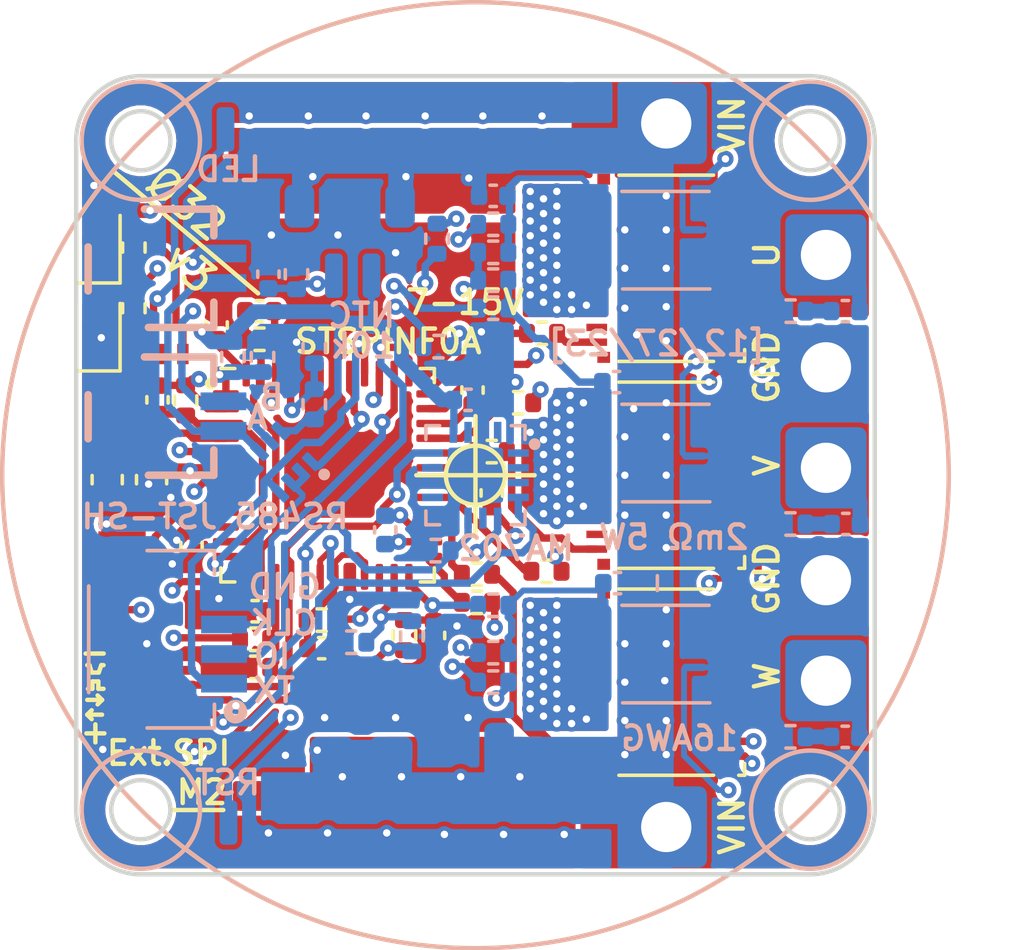
<source format=kicad_pcb>
(kicad_pcb (version 20221018) (generator pcbnew)
  (title_block (title "Ø32 BLDC Motor Controller") (date "2023-12-26") (rev "3") (company "Christopher Xu"))
  (layers (0 "F.Cu" signal) (1 "In1.Cu" signal) (2 "In2.Cu" signal) (31 "B.Cu" signal) (34 "B.Paste" user) (35 "F.Paste" user) (36 "B.SilkS" user "B.Silkscreen") (37 "F.SilkS" user "F.Silkscreen") (38 "B.Mask" user) (39 "F.Mask" user) (44 "Edge.Cuts" user))
  (net 0 "")
  (net 2 "/Motor phase W/Sense_N")
  (net 3 "/Motor phase V/Sense_N")
  (net 4 "/Motor phase U/Sense_N")
  (net 5 "/Motor phase U/Motor")
  (net 6 "/Motor phase V/Motor")
  (net 7 "/Motor phase W/Motor")
  (net 9 "VBUS")
  (net 13 "+3.3V")
  (net 14 "/OP_V_P")
  (net 15 "/OP_V_N")
  (net 16 "/OP_V_O")
  (net 17 "/NRST")
  (net 18 "/OP_U_O")
  (net 19 "/OP_U_N")
  (net 20 "/OP_U_P")
  (net 21 "/OC_COMP")
  (net 23 "GND")
  (net 25 "SWD_IO")
  (net 26 "SWD_CLK")
  (net 27 "/OP_W_P")
  (net 29 "/OP_W_N")
  (net 30 "/Motor phase U/GH_MOS")
  (net 31 "/Motor phase U/GL_MOS")
  (net 32 "/Motor phase V/GH_MOS")
  (net 33 "/Motor phase V/GL_MOS")
  (net 34 "/Motor phase W/GH_MOS")
  (net 35 "/Motor phase W/GL_MOS")
  (net 36 "/OUTU")
  (net 37 "/VBOOTW")
  (net 38 "/VBOOTV")
  (net 39 "/HSU")
  (net 40 "/VBOOTU")
  (net 41 "/LSU")
  (net 42 "/OUTV")
  (net 43 "/OUTW")
  (net 44 "/HSW")
  (net 45 "/LSW")
  (net 46 "/HSV")
  (net 47 "/LSV")
  (net 50 "Net-(C13-Pad2)")
  (net 56 "/SW_3.3")
  (net 57 "/Motor phase U/SENSE_P")
  (net 58 "/USART_RX")
  (net 59 "/BUS_SENSE")
  (net 60 "/OP_W_O")
  (net 61 "/Motor phase V/SENSE_P")
  (net 62 "/Motor phase W/SENSE_P")
  (net 63 "/~{MAG1_CS}")
  (net 64 "/LED_STATUS")
  (net 65 "/RS485_A")
  (net 66 "/RS485_B")
  (net 67 "/SPI_MOSI")
  (net 68 "/SPI_MISO")
  (net 69 "/SPI_SCLK")
  (net 70 "/Red_Anode")
  (net 71 "/Green_Cathode")
  (net 72 "USART_TX")
  (net 73 "/USART_DE")
  (net 74 "/NTC_IN")
  (net 75 "/~{MAG2_CS}")
  (net 76 "Net-(C16-Pad2)")
  (net 77 "Net-(C19-Pad2)")
  (footprint "O32controller:FFC_0.5mm_6p" (layer "F.Cu") (at 39.05 56.1)
    (fp_text reference "J7" hide)
    (fp_text value "ExternalSPI" hide)
  )
  (footprint "O32controller:C_0805_nosilk" (layer "F.Cu") (at 50.425 61.8 -90)
    (fp_text reference "C36" hide)
    (fp_text value "22uF")
  )
  (footprint "O32controller:C_0805_nosilk" (layer "F.Cu") (at 50.275 38.2 90)
    (fp_text reference "C25" hide)
    (fp_text value "22uF")
  )
  (footprint "O32controller:SDM2U30CSP-7" (layer "F.Cu") (at 39.434 45.9 180)
    (fp_text reference "D5" hide)
    (fp_text value "SDM2U30CSP")
  )
  (footprint "O32controller:SolderWire-Actual_1x01_D1.7mm_OD_2.75mm" (layer "F.Cu") (at 61.85 53.55)
    (fp_text reference "J3" hide)
    (fp_text value "BATT-")
  )
  (footprint "O32controller:SolderWire-Actual_1x01_D1.7mm_OD_2.75mm" (layer "F.Cu") (at 61.85 49.75)
    (fp_text reference "J11" hide)
    (fp_text value "Motor Connection")
  )
  (footprint "O32controller:SolderWire-Actual_1x01_D1.7mm_OD_2.75mm" (layer "F.Cu") (at 56.45 38.1)
    (fp_text reference "J2" hide)
    (fp_text value "BATT+")
  )
  (footprint "LED_SMD:LED_0603_1608Metric" (layer "F.Cu") (at 37.25 44.9875 90)
    (fp_text reference "D6" hide)
    (fp_text value "RED")
  )
  (footprint "O32controller:C_0805_nosilk" (layer "F.Cu") (at 44.35 41.6 -90)
    (fp_text reference "C28" hide)
    (fp_text value "22uF")
  )
  (footprint "Capacitor_SMD:C_0402_1005Metric" (layer "F.Cu") (at 42.7 44.45 180)
    (fp_text reference "C20" hide)
    (fp_text value "1nF")
  )
  (footprint "Capacitor_SMD:C_0603_1608Metric" (layer "F.Cu") (at 37.55 50.15 90)
    (fp_text reference "C2" hide)
    (fp_text value "47uF")
  )
  (footprint "Resistor_SMD:R_0402_1005Metric" (layer "F.Cu") (at 50.55 49.2 180)
    (fp_text reference "R22" hide)
    (fp_text value "10R")
  )
  (footprint "O32controller:C_0805_nosilk" (layer "F.Cu") (at 48.45 61.8 -90)
    (fp_text reference "C35" hide)
    (fp_text value "22uF")
  )
  (footprint "O32controller:C_0805_nosilk" (layer "F.Cu") (at 44.5 61.8 -90)
    (fp_text reference "C33" hide)
    (fp_text value "22uF")
  )
  (footprint "Resistor_SMD:R_0402_1005Metric" (layer "F.Cu") (at 44.8 54.9 180)
    (fp_text reference "R19" hide)
    (fp_text value "13.7k")
  )
  (footprint "O32controller:VFQFPN-48-1EP_7x7mm_P0.5mm_EP2.8x2.8mm" (layer "F.Cu") (at 45 50)
    (fp_text reference "U1" hide)
    (fp_text value "STSPIN32F0A")
  )
  (footprint "O32controller:C_0805_nosilk" (layer "F.Cu") (at 46.325 41.6 -90)
    (fp_text reference "C29" hide)
    (fp_text value "22uF")
  )
  (footprint "Capacitor_SMD:C_0402_1005Metric" (layer "F.Cu") (at 44.8 55.85 180)
    (fp_text reference "C14" hide)
    (fp_text value "1nF")
  )
  (footprint "O32controller:C_0805_nosilk" (layer "F.Cu") (at 42.375 41.6 -90)
    (fp_text reference "C27" hide)
    (fp_text value "22uF")
  )
  (footprint "Resistor_SMD:R_0402_1005Metric" (layer "F.Cu") (at 47.6 55.41 90)
    (fp_text reference "R4" hide)
    (fp_text value "121k")
  )
  (footprint "Capacitor_SMD:C_0402_1005Metric" (layer "F.Cu") (at 50.55 50.6 -90)
    (fp_text reference "C5" hide)
    (fp_text value "100nF")
  )
  (footprint "O32controller:C_0805_nosilk" (layer "F.Cu") (at 44.35 38.2 90)
    (fp_text reference "C22" hide)
    (fp_text value "22uF")
  )
  (footprint "Resistor_SMD:R_0402_1005Metric" (layer "F.Cu") (at 42.55 55.55)
    (fp_text reference "R8" hide)
    (fp_text value "54.9k")
  )
  (footprint "Resistor_SMD:R_0402_1005Metric" (layer "F.Cu") (at 50.05 54.3)
    (fp_text reference "R29" hide)
    (fp_text value "10R")
  )
  (footprint "O32controller:CSD88584Q5DCT" (layer "F.Cu") (at 56.45 50 180)
    (fp_text reference "Q2" hide)
    (fp_text value "CSD88584Q5DCT")
  )
  (footprint "Resistor_SMD:R_0402_1005Metric" (layer "F.Cu") (at 38.45 42.3 90)
    (fp_text reference "R2" hide)
    (fp_text value "1k")
  )
  (footprint "Capacitor_SMD:C_0402_1005Metric" (layer "F.Cu") (at 49.9 47.12 -90)
    (fp_text reference "C4" hide)
    (fp_text value "100nF")
  )
  (footprint "Capacitor_SMD:C_0402_1005Metric" (layer "F.Cu") (at 42.55 54.6 180)
    (fp_text reference "C10" hide)
    (fp_text value "100nF")
  )
  (footprint "O32controller:IND_VLS201612CX-220M-1" (layer "F.Cu") (at 38.05 52.9 -90)
    (fp_text reference "L1" hide)
    (fp_text value "22uH")
  )
  (footprint "O32controller:SolderWire-Actual_1x01_D1.7mm_OD_2.75mm" (layer "F.Cu") (at 61.85 46.35)
    (fp_text reference "J4" hide)
    (fp_text value "BATT-")
  )
  (footprint "Resistor_SMD:R_0402_1005Metric" (layer "F.Cu") (at 38.45 44.35 90)
    (fp_text reference "R1" hide)
    (fp_text value "1k")
  )
  (footprint "O32controller:CSD88584Q5DCT" (layer "F.Cu") (at 56.45 57 180)
    (fp_text reference "Q3" hide)
    (fp_text value "CSD88584Q5DCT")
  )
  (footprint "Resistor_SMD:R_0402_1005Metric" (layer "F.Cu") (at 42.7 45.4 180)
    (fp_text reference "R37" hide)
    (fp_text value "13.7k")
  )
  (footprint "O32controller:SolderWire-Actual_1x01_D1.7mm_OD_2.75mm" (layer "F.Cu") (at 61.85 42.55)
    (fp_text reference "J10" hide)
    (fp_text value "Motor Connection")
  )
  (footprint "Resistor_SMD:R_0402_1005Metric" (layer "F.Cu") (at 40.2 47.47 -90)
    (fp_text reference "R28" hide)
    (fp_text value "13.7k")
  )
  (footprint "Capacitor_SMD:C_0402_1005Metric" (layer "F.Cu") (at 41.25 44.92 90)
    (fp_text reference "C1" hide)
    (fp_text value "100nF")
  )
  (footprint "O32controller:C_0805_nosilk" (layer "F.Cu") (at 49.5 58.4 90)
    (fp_text reference "C38" hide)
    (fp_text value "22uF")
  )
  (footprint "Capacitor_SMD:C_0402_1005Metric" (layer "F.Cu") (at 48.6 55.42 -90)
    (fp_text reference "C7" hide)
    (fp_text value "1nF")
  )
  (footprint "Capacitor_SMD:C_0402_1005Metric" (layer "F.Cu") (at 40.4 52.38 -90)
    (fp_text reference "C6" hide)
    (fp_text value "100nF")
  )
  (footprint "Resistor_SMD:R_0402_1005Metric" (layer "F.Cu") (at 51.44 47.55)
    (fp_text reference "R11" hide)
    (fp_text value "10R")
  )
  (footprint "O32controller:C_0805_nosilk" (layer "F.Cu") (at 48.3 38.2 90)
    (fp_text reference "C24" hide)
    (fp_text value "22uF")
  )
  (footprint "O32controller:C_0805_nosilk" (layer "F.Cu") (at 52.25 38.2 90)
    (fp_text reference "C26" hide)
    (fp_text value "22uF")
  )
  (footprint "O32controller:C_0805_nosilk" (layer "F.Cu") (at 46.475 61.8 -90)
    (fp_text reference "C34" hide)
    (fp_text value "22uF")
  )
  (footprint "O32controller:C_0805_nosilk" (layer "F.Cu") (at 48.3 41.6 -90)
    (fp_text reference "C30" hide)
    (fp_text value "22uF")
  )
  (footprint "LED_SMD:LED_0603_1608Metric" (layer "F.Cu") (at 37.25 42.0125 90)
    (fp_text reference "D3" hide)
    (fp_text value "GREEN")
  )
  (footprint "O32controller:C_0805_nosilk" (layer "F.Cu") (at 46.325 38.2 90)
    (fp_text reference "C23" hide)
    (fp_text value "22uF")
  )
  (footprint "O32controller:C_0805_nosilk" (layer "F.Cu") (at 42.375 38.2 90)
    (fp_text reference "C21" hide)
    (fp_text value "22uF")
  )
  (footprint "O32controller:C_0805_nosilk" (layer "F.Cu") (at 47.525 58.4 90)
    (fp_text reference "C39" hide)
    (fp_text value "22uF")
  )
  (footprint "Resistor_SMD:R_0402_1005Metric" (layer "F.Cu") (at 42.55 56.5)
    (fp_text reference "R10" hide)
    (fp_text value "13.7k")
  )
  (footprint "O32controller:C_0805_nosilk" (layer "F.Cu") (at 50.55 41.6 -90)
    (fp_text reference "C31" hide)
    (fp_text value "22uF")
  )
  (footprint "O32controller:CSD88584Q5DCT" (layer "F.Cu") (at 56.45 43 180)
    (fp_text reference "Q1" hide)
    (fp_text value "CSD88584Q5DCT")
  )
  (footprint "Resistor_SMD:R_0402_1005Metric" (layer "F.Cu") (at 52.25 45.2 180)
    (fp_text reference "R13" hide)
    (fp_text value "10R")
  )
  (footprint "O32controller:SDM2U30CSP-7" (layer "F.Cu") (at 40.5 54.7)
    (fp_text reference "D1" hide)
    (fp_text value "SDM2U30CSP" hide)
  )
  (footprint "O32controller:SolderWire-Actual_1x01_D1.7mm_OD_2.75mm" (layer "F.Cu") (at 56.45 61.9)
    (fp_text reference "J1" hide)
    (fp_text value "BATT+")
  )
  (footprint "O32controller:C_0805_nosilk" (layer "F.Cu") (at 45.55 58.4 90)
    (fp_text reference "C40" hide)
    (fp_text value "22uF")
  )
  (footprint "O32controller:C_0805_nosilk" (layer "F.Cu") (at 42.525 61.8 -90)
    (fp_text reference "C32" hide)
    (fp_text value "22uF")
  )
  (footprint "O32controller:C_0805_nosilk" (layer "F.Cu") (at 52.4 61.8 -90)
    (fp_text reference "C37" hide)
    (fp_text value "22uF")
  )
  (footprint "Capacitor_SMD:C_0603_1608Metric" (layer "F.Cu") (at 39.05 50.15 -90)
    (fp_text reference "C3" hide)
    (fp_text value "10uF")
  )
  (footprint "O32controller:SDM2U30CSP-7" (layer "F.Cu") (at 37.5 47.55 90)
    (fp_text reference "D4" hide)
    (fp_text value "SDM2U30CSP")
  )
  (footprint "O32controller:SolderWire-Actual_1x01_D1.7mm_OD_2.75mm" (layer "F.Cu") (at 61.85 56.95)
    (fp_text reference "J12" hide)
    (fp_text value "Motor Connection")
  )
  (footprint "Capacitor_SMD:C_0402_1005Metric" (layer "F.Cu") (at 39.25 47.45 -90)
    (fp_text reference "C17" hide)
    (fp_text value "1nF")
  )
  (footprint "Resistor_SMD:R_0402_1005Metric" (layer "F.Cu") (at 50.05 53.35 180)
    (fp_text reference "R31" hide)
    (fp_text value "10R")
  )
  (footprint "Resistor_SMD:R_0402_1005Metric" (layer "F.Cu") (at 52.4 53.25)
    (fp_text reference "R20" hide)
    (fp_text value "10R")
  )
  (footprint "Resistor_SMD:R_0402_1005Metric" (layer "B.Cu") (at 50.6 44.35 180)
    (fp_text reference "R24" hide)
    (fp_text value "1.78k")
  )
  (footprint "Capacitor_SMD:C_0402_1005Metric" (layer "B.Cu") (at 62.505 44.45 180)
    (fp_text reference "C13" hide)
    (fp_text value "4.7nF")
  )
  (footprint "Capacitor_SMD:C_0402_1005Metric" (layer "B.Cu") (at 54.8 53.65 180)
    (fp_text reference "C18" hide)
    (fp_text value "10nF")
  )
  (footprint "O32controller:C_0805_nosilk" (layer "B.Cu") (at 51.5 61.8 -90)
    (fp_text reference "C50" hide)
    (fp_text value "22uF")
  )
  (footprint "Resistor_SMD:R_0402_1005Metric" (layer "B.Cu") (at 48.65 52.55)
    (fp_text reference "R9" hide)
    (fp_text value "13.7k")
  )
  (footprint "Resistor_SMD:R_0402_1005Metric" (layer "B.Cu") (at 50.6 41.51 180)
    (fp_text reference "R15" hide)
    (fp_text value "1.78k")
  )
  (footprint "Capacitor_SMD:C_0402_1005Metric" (layer "B.Cu") (at 49.75 47.45)
    (fp_text reference "C11" hide)
    (fp_text value "1uF")
  )
  (footprint "O32controller:C_0805_nosilk" (layer "B.Cu") (at 45.5 38.2 90)
    (fp_text reference "C45" hide)
    (fp_text value "22uF")
  )
  (footprint "O32controller:NetTie-2_SMD_Pad0.25mm" (layer "B.Cu") (at 57.4 56.5)
    (fp_text reference "NT3" hide)
    (fp_text value "Sense_N" hide)
  )
  (footprint "O32controller:NetTie-2_SMD_Pad0.25mm" (layer "B.Cu") (at 57.35 41.7)
    (fp_text reference "NT1" hide)
    (fp_text value "Sense_N" hide)
  )
  (footprint "O32controller:C_0805_nosilk" (layer "B.Cu") (at 51.5 38.2 90)
    (fp_text reference "C42" hide)
    (fp_text value "22uF")
  )
  (footprint "Capacitor_SMD:C_0402_1005Metric" (layer "B.Cu") (at 50.6 40.55)
    (fp_text reference "C12" hide)
    (fp_text value "10nF")
  )
  (footprint "Capacitor_SMD:C_0402_1005Metric" (layer "B.Cu") (at 62.5 58.85 180)
    (fp_text reference "C19" hide)
    (fp_text value "4.7nF")
  )
  (footprint "O32controller:MA702GQ-P" (layer "B.Cu") (at 50 50 180)
    (fp_text reference "U3" hide)
    (fp_text value "MA702GQ-P" hide)
  )
  (footprint "Resistor_SMD:R_0402_1005Metric" (layer "B.Cu") (at 48.7 42 -90)
    (fp_text reference "R17" hide)
    (fp_text value "1.78k")
  )
  (footprint "O32controller:THVD1420DRLR_SOT-585" (layer "B.Cu") (at 43.4 49.55 135)
    (fp_text reference "U2" hide)
    (fp_text value "THVD1420DRLR")
  )
  (footprint "Capacitor_SMD:C_0402_1005Metric" (layer "B.Cu") (at 43 43.2 90)
    (fp_text reference "C9" hide)
    (fp_text value "100nF")
  )
  (footprint "O32controller:C_0805_nosilk" (layer "B.Cu") (at 49.5 38.2 90)
    (fp_text reference "C43" hide)
    (fp_text value "22uF")
  )
  (footprint "Resistor_SMD:R_0402_1005Metric" (layer "B.Cu") (at 50.6 43.4)
    (fp_text reference "R5" hide)
    (fp_text value "2.2k")
  )
  (footprint "Capacitor_SMD:C_0402_1005Metric" (layer "B.Cu") (at 46.95 51.85 -90)
    (fp_text reference "C8" hide)
    (fp_text value "100nF")
  )
  (footprint "O32controller:C_0805_nosilk" (layer "B.Cu") (at 45.5 61.8 -90)
    (fp_text reference "C53" hide)
    (fp_text value "22uF")
  )
  (footprint "O32controller:C_0805_nosilk" (layer "B.Cu") (at 43.5 38.2 90)
    (fp_text reference "C46" hide)
    (fp_text value "22uF")
  )
  (footprint "O32controller:C_0805_nosilk" (layer "B.Cu") (at 47.5 38.2 90)
    (fp_text reference "C44" hide)
    (fp_text value "22uF")
  )
  (footprint "O32controller:C_0805_nosilk" (layer "B.Cu") (at 43.1 40.9 180)
    (fp_text reference "C48" hide)
    (fp_text value "22uF")
  )
  (footprint "Resistor_SMD:R_0402_1005Metric" (layer "B.Cu") (at 50.6 56 180)
    (fp_text reference "R33" hide)
    (fp_text value "1.78k")
  )
  (footprint "O32controller:C_0805_nosilk" (layer "B.Cu") (at 46.5 40.9 180)
    (fp_text reference "C47" hide)
    (fp_text value "22uF")
  )
  (footprint "Resistor_SMD:R_0402_1005Metric" (layer "B.Cu") (at 42.8 46 -90)
    (fp_text reference "R25" hide)
    (fp_text value "27.4k")
  )
  (footprint "O32controller:JST_SM04B-SRSS-TB(LF)(SN)" (layer "B.Cu") (at 41.5 55.55 90)
    (fp_text reference "J6" hide)
    (fp_text value "SWD")
  )
  (footprint "Capacitor_SMD:C_0402_1005Metric" (layer "B.Cu") (at 62.52 51.65 180)
    (fp_text reference "C16" hide)
    (fp_text value "4.7nF")
  )
  (footprint "O32controller:R_Shunt_2512_6332Metric" (layer "B.Cu") (at 56.45 56.05 180)
    (fp_text reference "R36" hide)
    (fp_text value "WSLF25122L000FEB 0.002R" hide)
  )
  (footprint "O32controller:C_0805_nosilk" (layer "B.Cu") (at 47.5 61.8 -90)
    (fp_text reference "C52" hide)
    (fp_text value "22uF")
  )
  (footprint "Resistor_SMD:R_0402_1005Metric" (layer "B.Cu") (at 44.55 45.7 -90)
    (fp_text reference "R34" hide)
    (fp_text value "27.4k")
  )
  (footprint "O32controller:TestPoint_Pad_Rect" (layer "B.Cu") (at 41.65 61.75 180)
    (fp_text reference "TP3" hide)
    (fp_text value "TestPoint")
  )
  (footprint "O32controller:JST_SM02B-SRSS-TB(LF)(SN)" (layer "B.Cu") (at 39.505 48 90)
    (fp_text reference "J9" hide)
    (fp_text value "RS485_2")
  )
  (footprint "O32controller:SolderNTC-1.27mm" (layer "B.Cu") (at 46.485 43.25 90)
    (fp_text reference "J5" hide)
    (fp_text value "NTC" hide)
  )
  (footprint "Resistor_SMD:R_0402_1005Metric" (layer "B.Cu") (at 60.65 51.65 180)
    (fp_text reference "R21" hide)
    (fp_text value "2.2R")
  )
  (footprint "O32controller:C_0805_nosilk" (layer "B.Cu") (at 47.15 58.4 90)
    (fp_text reference "C56" hide)
    (fp_text value "22uF")
  )
  (footprint "Capacitor_SMD:C_0402_1005Metric" (layer "B.Cu") (at 54.77 46.85 180)
    (fp_text reference "C15" hide)
    (fp_text value "10nF")
  )
  (footprint "Resistor_SMD:R_0402_1005Metric" (layer "B.Cu") (at 50.6 42.46)
    (fp_text reference "R3" hide)
    (fp_text value "2.2k")
  )
  (footprint "Resistor_SMD:R_0402_1005Metric" (layer "B.Cu") (at 47.85 55.45 -90)
    (fp_text reference "R14" hide)
    (fp_text value "27.4k")
  )
  (footprint "O32controller:C_0805_nosilk" (layer "B.Cu") (at 49.5 61.8 -90)
    (fp_text reference "C51" hide)
    (fp_text value "22uF")
  )
  (footprint "Resistor_SMD:R_0402_1005Metric" (layer "B.Cu") (at 60.65 58.85 180)
    (fp_text reference "R30" hide)
    (fp_text value "2.2R")
  )
  (footprint "Resistor_SMD:R_0402_1005Metric" (layer "B.Cu") (at 44.55 47.6 -90)
    (fp_text reference "R32" hide)
    (fp_text value "27.4k")
  )
  (footprint "Resistor_SMD:R_0402_1005Metric" (layer "B.Cu") (at 48.75 45.65 180)
    (fp_text reference "R26" hide)
    (fp_text value "1.78k")
  )
  (footprint "O32controller:JST_SM02B-SRSS-TB(LF)(SN)" (layer "B.Cu") (at 39.505 43 90)
    (fp_text reference "J8" hide)
    (fp_text value "RS485_1")
  )
  (footprint "Resistor_SMD:R_0402_1005Metric" (layer "B.Cu") (at 50.6 54.4)
    (fp_text reference "R6" hide)
    (fp_text value "2.2k")
  )
  (footprint "O32controller:R_Shunt_2512_6332Metric" (layer "B.Cu") (at 56.45 42.05 180)
    (fp_text reference "R18" hide)
    (fp_text value "WSLF25122L000FEB 0.002R" hide)
  )
  (footprint "Resistor_SMD:R_0402_1005Metric" (layer "B.Cu") (at 50.6 57 180)
    (fp_text reference "R35" hide)
    (fp_text value "1.78k")
  )
  (footprint "O32controller:C_0805_nosilk" (layer "B.Cu") (at 53.5 38.2 90)
    (fp_text reference "C41" hide)
    (fp_text value "22uF")
  )
  (footprint "O32controller:C_0805_nosilk" (layer "B.Cu") (at 43.5 61.8 -90)
    (fp_text reference "C54" hide)
    (fp_text value "22uF")
  )
  (footprint "O32controller:SMT2_0P91X0P63_STM-L" (layer "B.Cu") (at 56.8 53.65)
    (fp_text reference "D2" hide)
    (fp_text value "ESDA17P20-1F2")
  )
  (footprint "Resistor_SMD:R_0402_1005Metric" (layer "B.Cu") (at 45.8 55.65)
    (fp_text reference "R16" hide)
    (fp_text value "27.4k")
  )
  (footprint "Resistor_SMD:R_0402_1005Metric" (layer "B.Cu") (at 60.655 44.45 180)
    (fp_text reference "R12" hide)
    (fp_text value "2.2R")
  )
  (footprint "Resistor_SMD:R_0402_1005Metric" (layer "B.Cu") (at 43.95 43.2 -90)
    (fp_text reference "R7" hide)
    (fp_text value "1k")
  )
  (footprint "O32controller:C_0805_nosilk" (layer "B.Cu") (at 45.15 58.4 90)
    (fp_text reference "C57" hide)
    (fp_text value "22uF")
  )
  (footprint "O32controller:C_0805_nosilk" (layer "B.Cu") (at 49.85 59.1 180)
    (fp_text reference "C55" hide)
    (fp_text value "22uF")
  )
  (footprint "O32controller:TestPoint_Pad_Rect" (layer "B.Cu") (at 41.55 38.3 180)
    (fp_text reference "TP1" hide)
    (fp_text value "TestPoint")
  )
  (footprint "Resistor_SMD:R_0402_1005Metric" (layer "B.Cu") (at 41.8 46 90)
    (fp_text reference "R23" hide)
    (fp_text value "27.4k")
  )
  (footprint "O32controller:NetTie-2_SMD_Pad0.25mm" (layer "B.Cu") (at 57.4 49.35)
    (fp_text reference "NT2" hide)
    (fp_text value "Sense_N" hide)
  )
  (footprint "O32controller:C_0805_nosilk" (layer "B.Cu") (at 53.5 61.8 -90)
    (fp_text reference "C49" hide)
    (fp_text value "22uF")
  )
  (footprint "O32controller:R_Shunt_2512_6332Metric" (layer "B.Cu") (at 56.45 49.25 180)
    (fp_text reference "R27" hide)
    (fp_text value "WSLF25122L000FEB 0.002R" hide)
  )
  (gr_circle locked (center 38.686 61.314) (end 40.686 61.314) (stroke (width 0.15)) (fill none) (layer "B.SilkS"))
  (gr_circle (center 61.314 61.314) (end 63.314 61.314) (stroke (width 0.15)) (fill none) (layer "B.SilkS"))
  (gr_circle locked (center 38.686 38.686) (end 40.686 38.686) (stroke (width 0.15)) (fill none) (layer "B.SilkS"))
  (gr_circle (center 50 50) (end 66 50) (stroke (width 0.15)) (fill none) (layer "B.SilkS"))
  (gr_circle (center 61.314 38.686) (end 63.314 38.686) (stroke (width 0.15)) (fill none) (layer "B.SilkS"))
  (gr_line (start 37.375 58.1) (end 36.875 58.1) (stroke (width 0.15)) (layer "F.SilkS"))
  (gr_line (start 36.875 57.6) (end 37.375 57.6) (stroke (width 0.15)) (layer "F.SilkS"))
  (gr_line (start 37.375 57.6) (end 37.225 57.45) (stroke (width 0.15)) (layer "F.SilkS"))
  (gr_line (start 37.05 56.975) (end 37.25 56.975) (stroke (width 0.15)) (layer "F.SilkS"))
  (gr_line (start 37.375 57.6) (end 37.225 57.75) (stroke (width 0.15)) (layer "F.SilkS"))
  (gr_line (start 37.025 56.675) (end 37.2625 56.675) (stroke (width 0.15)) (layer "F.SilkS"))
  (gr_line (start 37.2625 56.675) (end 37.35 56.425) (stroke (width 0.15)) (layer "F.SilkS"))
  (gr_line (start 37.35 56.425) (end 37.425 56.425) (stroke (width 0.15)) (layer "F.SilkS"))
  (gr_line (start 39.7 61.325) (end 41.475 61.325) (stroke (width 0.15)) (layer "F.SilkS"))
  (gr_line (start 48 50) (end 52 50) (stroke (width 0.15)) (layer "F.SilkS"))
  (gr_circle (center 50 50) (end 51 50) (stroke (width 0.15)) (fill none) (layer "F.SilkS"))
  (gr_line (start 36.875 58.1) (end 37.025 57.95) (stroke (width 0.15)) (layer "F.SilkS"))
  (gr_line (start 36.9 57.225) (end 37.05 57.225) (stroke (width 0.15)) (layer "F.SilkS"))
  (gr_line (start 37.25 56.975) (end 37.25 57.225) (stroke (width 0.15)) (layer "F.SilkS"))
  (gr_line (start 36.875 58.1) (end 37.025 58.25) (stroke (width 0.15)) (layer "F.SilkS"))
  (gr_line (start 50 48) (end 50 52) (stroke (width 0.15)) (layer "F.SilkS"))
  (gr_circle locked (center 50 50) (end 66 50) (stroke (width 0.15)) (fill none) (layer "F.SilkS"))
  (gr_line (start 36.875 56.425) (end 36.95 56.425) (stroke (width 0.15)) (layer "F.SilkS"))
  (gr_line (start 37.05 57.225) (end 37.05 56.975) (stroke (width 0.15)) (layer "F.SilkS"))
  (gr_line (start 36.95 56.425) (end 37.025 56.675) (stroke (width 0.15)) (layer "F.SilkS"))
  (gr_line (start 37.25 57.225) (end 37.425 57.225) (stroke (width 0.15)) (layer "F.SilkS"))
  (gr_line (start 37.8 39.75) (end 42.65 43.85) (stroke (width 0.15)) (layer "F.SilkS"))
  (gr_circle locked (center 61.314 61.314) (end 62.314 61.314) (stroke (width 0.15)) (fill none) (layer "Edge.Cuts"))
  (gr_line locked (start 38.686 36.5) (end 61.314 36.5) (stroke (width 0.15)) (layer "Edge.Cuts"))
  (gr_arc locked (start 38.686 63.5) (mid 37.140265 62.859735) (end 36.5 61.314) (stroke (width 0.15)) (layer "Edge.Cuts"))
  (gr_arc locked (start 36.5 38.686) (mid 37.140265 37.140265) (end 38.686 36.5) (stroke (width 0.15)) (layer "Edge.Cuts"))
  (gr_line locked (start 38.686 63.5) (end 61.314 63.5) (stroke (width 0.15)) (layer "Edge.Cuts"))
  (gr_line locked (start 63.5 38.686) (end 63.5 61.314) (stroke (width 0.15)) (layer "Edge.Cuts"))
  (gr_arc locked (start 61.314 36.5) (mid 62.859735 37.140265) (end 63.5 38.686) (stroke (width 0.15)) (layer "Edge.Cuts"))
  (gr_circle locked (center 38.686 61.314) (end 39.686 61.314) (stroke (width 0.15)) (fill none) (layer "Edge.Cuts"))
  (gr_circle locked (center 38.686 38.686) (end 39.686 38.686) (stroke (width 0.15)) (fill none) (layer "Edge.Cuts"))
  (gr_arc locked (start 63.5 61.314) (mid 62.859735 62.859735) (end 61.314 63.5) (stroke (width 0.15)) (layer "Edge.Cuts"))
  (gr_circle locked (center 61.314 38.686) (end 62.314 38.686) (stroke (width 0.15)) (fill none) (layer "Edge.Cuts"))
  (gr_line locked (start 36.5 38.686) (end 36.5 61.314) (stroke (width 0.15)) (layer "Edge.Cuts"))
  (gr_text "B" (at 43.1 47.35) (layer "B.SilkS") (effects (font (size 0.8 0.8)) (justify mirror)))
  (gr_text "TX" (at 43.2 57.275) (layer "B.SilkS") (effects (font (size 0.8 0.8)) (justify mirror)))
  (gr_text "16AWG" (at 56.9 58.9) (layer "B.SilkS") (effects (font (size 0.8 0.8)) (justify mirror)))
  (gr_text "RS485" (at 43.775 51.4) (layer "B.SilkS") (effects (font (size 0.8 0.8)) (justify mirror)))
  (gr_text "CLK" (at 43.525 55) (layer "B.SilkS") (effects (font (size 0.8 0.8)) (justify mirror)))
  (gr_text "A" (at 42.625 48.05) (layer "B.SilkS") (effects (font (size 0.8 0.8)) (justify mirror)))
  (gr_text "MA702" (at 51.375 52.475) (layer "B.SilkS") (effects (font (size 0.8 0.8)) (justify mirror)))
  (gr_text "RST" (at 41.625 60.4) (layer "B.SilkS") (effects (font (size 0.8 0.8)) (justify mirror)))
  (gr_text "IO" (at 43.125 56.125) (layer "B.SilkS") (effects (font (size 0.8 0.8)) (justify mirror)))
  (gr_text "GND" (at 43.55 53.775) (layer "B.SilkS") (effects (font (size 0.8 0.8)) (justify mirror)))
  (gr_text "LED" (at 41.65 39.65) (layer "B.SilkS") (effects (font (size 0.8 0.8)) (justify mirror)))
  (gr_text "NTC" (at 46.15 44.6) (layer "B.SilkS") (effects (font (size 0.8 0.8)) (justify mirror)))
  (gr_text "2mΩ 5W" (at 56.7 52.1) (layer "B.SilkS") (effects (font (size 0.8 0.8)) (justify mirror)))
  (gr_text "[12/27/23]" (at 56.125 45.55) (layer "B.SilkS") (effects (font (size 0.8 0.8)) (justify mirror)))
  (gr_text "JST-SH" (at 38.975 51.4) (layer "B.SilkS") (effects (font (size 0.8 0.8)) (justify mirror)))
  (gr_text "10k" (at 46.2 45.625) (layer "B.SilkS") (effects (font (size 0.8 0.8)) (justify mirror)))
  (gr_text "STSPINF0A" (at 47.05 45.475) (layer "F.SilkS") (effects (font (size 0.8 0.8))))
  (gr_text "Ext.SPI" (at 39.625 59.4) (layer "F.SilkS") (effects (font (size 0.8 0.8))))
  (gr_text "GND" (at 59.85 53.5 90) (layer "F.SilkS") (effects (font (size 0.8 0.8))))
  (gr_text "M2" (at 40.75 60.725) (layer "F.SilkS") (effects (font (size 0.8 0.8))))
  (gr_text "W" (at 59.85 56.8 90) (layer "F.SilkS") (effects (font (size 0.8 0.8))))
  (gr_text "GND" (at 59.85 46.35 90) (layer "F.SilkS") (effects (font (size 0.8 0.8))))
  (gr_text "Ø32" (at 40.225 40.825 320) (layer "F.SilkS") (effects (font (size 1 1))))
  (gr_text "+" (at 37.15 58.675) (layer "F.SilkS") (effects (font (size 0.8 0.8))))
  (gr_text "VIN" (at 58.675 38.15 90) (layer "F.SilkS") (effects (font (size 0.8 0.8))))
  (gr_text "VIN" (at 58.675 61.875 90) (layer "F.SilkS") (effects (font (size 0.8 0.8))))
  (gr_text "7-15V" (at 49.65 44.15) (layer "F.SilkS") (effects (font (size 0.8 0.8))))
  (gr_text "-" (at 37.125 55.975) (layer "F.SilkS") (effects (font (size 0.8 0.8))))
  (gr_text "V" (at 59.85 49.675 90) (layer "F.SilkS") (effects (font (size 0.8 0.8))))
  (gr_text "v3" (at 40.35 43 320) (layer "F.SilkS") (effects (font (size 1 1))))
  (gr_text "U" (at 59.85 42.55 90) (layer "F.SilkS") (effects (font (size 0.8 0.8))))
  (via (at 50.7 57.55) (size 0.55) (drill 0.25) (layers "F.Cu" "B.Cu") (net 2))
  (via (at 58.55 60.65) (size 0.55) (drill 0.25) (layers "F.Cu" "B.Cu") (net 2))
  (segment (start 51.11 57.14) (end 50.7 57.55) (width 0.25) (layer "B.Cu") (net 2))
  (segment (start 51.11 57) (end 51.11 57.14) (width 0.25) (layer "B.Cu") (net 2))
  (segment (start 57.05 59.483668) (end 57.05 56.55) (width 0.2) (layer "B.Cu") (net 2))
  (segment (start 58.216332 60.65) (end 57.05 59.483668) (width 0.2) (layer "B.Cu") (net 2))
  (segment (start 58.55 60.65) (end 58.216332 60.65) (width 0.2) (layer "B.Cu") (net 2))
  (via (at 49.45 45.2) (size 0.55) (drill 0.25) (layers "F.Cu" "B.Cu") (net 3))
  (via (at 57.45 46.15) (size 0.55) (drill 0.25) (layers "F.Cu" "B.Cu") (net 3))
  (segment (start 57.472182 46.15) (end 57.45 46.15) (width 0.2) (layer "B.Cu") (net 3))
  (segment (start 49.26 45.65) (end 49.26 45.39) (width 0.2) (layer "B.Cu") (net 3))
  (segment (start 57 49.25) (end 57 46.622182) (width 0.2) (layer "B.Cu") (net 3))
  (segment (start 49.26 45.39) (end 49.45 45.2) (width 0.2) (layer "B.Cu") (net 3))
  (segment (start 57.1 49.35) (end 57 49.25) (width 0.2) (layer "B.Cu") (net 3))
  (segment (start 57 46.622182) (end 57.472182 46.15) (width 0.2) (layer "B.Cu") (net 3))
  (via (at 58.45 39.3) (size 0.55) (drill 0.25) (layers "F.Cu" "B.Cu") (net 4))
  (via (at 49.35 41.325) (size 0.55) (drill 0.25) (layers "F.Cu" "B.Cu") (net 4))
  (segment (start 57.85 39.9) (end 58.45 39.3) (width 0.25) (layer "B.Cu") (net 4))
  (segment (start 57.05 41.65) (end 57.05 41.7) (width 0.2) (layer "B.Cu") (net 4))
  (segment (start 49.01 41.49) (end 48.7 41.49) (width 0.25) (layer "B.Cu") (net 4))
  (segment (start 57 41.6) (end 57.05 41.65) (width 0.2) (layer "B.Cu") (net 4))
  (segment (start 57 39.9) (end 57 41.6) (width 0.2) (layer "B.Cu") (net 4))
  (segment (start 57 39.9) (end 57.85 39.9) (width 0.25) (layer "B.Cu") (net 4))
  (segment (start 49.35 41.325) (end 49.01 41.49) (width 0.25) (layer "B.Cu") (net 4))
  (segment (start 62.985 43.685) (end 61.85 42.55) (width 0.5) (layer "B.Cu") (net 5))
  (segment (start 62.985 44.45) (end 62.985 43.685) (width 0.5) (layer "B.Cu") (net 5))
  (segment (start 63 51.65) (end 63 50.9) (width 0.5) (layer "B.Cu") (net 6))
  (segment (start 63 50.9) (end 61.85 49.75) (width 0.5) (layer "B.Cu") (net 6))
  (segment (start 62.98 58.08) (end 61.85 56.95) (width 0.5) (layer "B.Cu") (net 7))
  (segment (start 62.98 58.85) (end 62.98 58.08) (width 0.5) (layer "B.Cu") (net 7))
  (segment (start 40.35 49.85) (end 39.525 49.85) (width 0.5) (layer "F.Cu") (net 9))
  (segment (start 42.048008 49.75) (end 41.5625 49.75) (width 0.25) (layer "F.Cu") (net 9))
  (segment (start 39.525 49.85) (end 39.05 49.375) (width 0.5) (layer "F.Cu") (net 9))
  (segment (start 41.99 55.5) (end 42.04 55.55) (width 0.25) (layer "F.Cu") (net 9))
  (segment (start 41.5625 50.75) (end 42.048008 50.75) (width 0.25) (layer "F.Cu") (net 9))
  (segment (start 44.7 59.35) (end 44.65 59.3) (width 0.25) (layer "F.Cu") (net 9))
  (segment (start 42.325 50.026992) (end 42.048008 49.75) (width 0.25) (layer "F.Cu") (net 9))
  (segment (start 39.8 55.5) (end 41.99 55.5) (width 0.25) (layer "F.Cu") (net 9))
  (segment (start 45.55 59.35) (end 44.7 59.35) (width 0.25) (layer "F.Cu") (net 9))
  (segment (start 42.325 50.473008) (end 42.325 50.026992) (width 0.25) (layer "F.Cu") (net 9))
  (segment (start 41.5625 49.75) (end 40.45 49.75) (width 0.25) (layer "F.Cu") (net 9))
  (segment (start 42.048008 50.75) (end 42.325 50.473008) (width 0.25) (layer "F.Cu") (net 9))
  (via (at 55.05 57) (size 0.55) (drill 0.25) (layers "F.Cu" "B.Cu") (net 9))
  (via (at 49.5 60.2) (size 0.55) (drill 0.25) (layers "F.Cu" "B.Cu") (net 9))
  (via (at 55.05 59.45) (size 0.55) (drill 0.25) (layers "F.Cu" "B.Cu") (net 9))
  (via (at 56.45 41.7) (size 0.55) (drill 0.25) (layers "F.Cu" "B.Cu") (net 9))
  (via (at 56.45 50) (size 0.55) (drill 0.25) (layers "F.Cu" "B.Cu") (net 9))
  (via (at 55.05 43) (size 0.55) (drill 0.25) (layers "F.Cu" "B.Cu") (net 9))
  (via (at 47.65 39.9) (size 0.55) (drill 0.25) (layers "F.Cu" "B.Cu") (net 9))
  (via (at 56.4 56.95) (size 0.55) (drill 0.25) (layers "F.Cu" "B.Cu") (net 9))
  (via (at 56.45 54.55) (size 0.55) (drill 0.25) (layers "F.Cu" "B.Cu") (net 9))
  (via (at 56.45 45.45) (size 0.55) (drill 0.25) (layers "F.Cu" "B.Cu") (net 9))
  (via (at 56.45 51.35) (size 0.55) (drill 0.25) (layers "F.Cu" "B.Cu") (net 9))
  (via (at 39.8 55.5) (size 0.55) (drill 0.25) (layers "F.Cu" "B.Cu") (net 9))
  (via (at 55.05 50) (size 0.55) (drill 0.25) (layers "F.Cu" "B.Cu") (net 9))
  (via (at 56.45 47.55) (size 0.55) (drill 0.25) (layers "F.Cu" "B.Cu") (net 9))
  (via (at 56.45 43) (size 0.55) (drill 0.25) (layers "F.Cu" "B.Cu") (net 9))
  (via (at 56.45 40.55) (size 0.55) (drill 0.25) (layers "F.Cu" "B.Cu") (net 9))
  (via (at 44.65 59.3) (size 0.55) (drill 0.25) (layers "F.Cu" "B.Cu") (net 9))
  (via (at 56.45 59.45) (size 0.55) (drill 0.25) (layers "F.Cu" "B.Cu") (net 9))
  (via (at 55.05 58.3) (size 0.55) (drill 0.25) (layers "F.Cu" "B.Cu") (net 9))
  (via (at 56.45 58.3) (size 0.55) (drill 0.25) (layers "F.Cu" "B.Cu") (net 9))
  (via (at 55.05 44.35) (size 0.55) (drill 0.25) (layers "F.Cu" "B.Cu") (net 9))
  (via (at 55.45 45.25) (size 0.55) (drill 0.25) (layers "F.Cu" "B.Cu") (net 9))
  (via (at 56.45 48.7) (size 0.55) (drill 0.25) (layers "F.Cu" "B.Cu") (net 9))
  (via (at 40.35 49.85) (size 0.55) (drill 0.25) (layers "F.Cu" "B.Cu") (net 9))
  (via (at 51.5 60.2) (size 0.55) (drill 0.25) (layers "F.Cu" "B.Cu") (net 9))
  (via (at 55.05 41.7) (size 0.55) (drill 0.25) (layers "F.Cu" "B.Cu") (net 9))
  (via (at 55.05 48.7) (size 0.55) (drill 0.25) (layers "F.Cu" "B.Cu") (net 9))
  (via (at 47.5 60.2) (size 0.55) (drill 0.25) (layers "F.Cu" "B.Cu") (net 9))
  (via (at 56.45 44.3) (size 0.55) (drill 0.25) (layers "F.Cu" "B.Cu") (net 9))
  (via (at 45.5 60.2) (size 0.55) (drill 0.25) (layers "F.Cu" "B.Cu") (net 9))
  (via (at 55.35 47.75) (size 0.55) (drill 0.25) (layers "F.Cu" "B.Cu") (net 9))
  (via (at 44.5 39.9) (size 0.55) (drill 0.25) (layers "F.Cu" "B.Cu") (net 9))
  (via (at 55.05 55.7) (size 0.55) (drill 0.25) (layers "F.Cu" "B.Cu") (net 9))
  (via (at 56.45 52.45) (size 0.55) (drill 0.25) (layers "F.Cu" "B.Cu") (net 9))
  (via (at 49.775 39.95) (size 0.55) (drill 0.25) (layers "F.Cu" "B.Cu") (net 9))
  (via (at 55.05 51.35) (size 0.55) (drill 0.25) (layers "F.Cu" "B.Cu") (net 9))
  (via (at 56.45 55.7) (size 0.55) (drill 0.25) (layers "F.Cu" "B.Cu") (net 9))
  (segment (start 44.5 39.9) (end 44.45 39.9) (width 0.5) (layer "B.Cu") (net 9))
  (segment (start 44.5 39.9) (end 44.075 39.9) (width 0.5) (layer "B.Cu") (net 9))
  (segment (start 49.775 39.425) (end 49.5 39.15) (width 0.5) (layer "B.Cu") (net 9))
  (segment (start 49.94 39.95) (end 50.12 39.77) (width 0.5) (layer "B.Cu") (net 9))
  (segment (start 47.45 40.9) (end 47.3 40.75) (width 0.5) (layer "B.Cu") (net 9))
  (segment (start 47.65 39.9) (end 47.65 40.7) (width 0.5) (layer "B.Cu") (net 9))
  (segment (start 47.65 39.3) (end 47.5 39.15) (width 0.5) (layer "B.Cu") (net 9))
  (segment (start 49.775 39.95) (end 49.94 39.95) (width 0.5) (layer "B.Cu") (net 9))
  (segment (start 50.12 39.77) (end 49.5 39.15) (width 0.5) (layer "B.Cu") (net 9))
  (segment (start 44.075 39.9) (end 44.05 39.925) (width 0.5) (layer "B.Cu") (net 9))
  (segment (start 49.775 39.95) (end 49.775 39.425) (width 0.5) (layer "B.Cu") (net 9))
  (segment (start 44.05 40.3) (end 44.05 40.9) (width 0.5) (layer "B.Cu") (net 9))
  (segment (start 47.15 59.35) (end 47.15 60.5) (width 0.5) (layer "B.Cu") (net 9))
  (segment (start 44.05 39.925) (end 44.05 39.7) (width 0.5) (layer "B.Cu") (net 9))
  (segment (start 47.65 39.9) (end 47.65 39.3) (width 0.5) (layer "B.Cu") (net 9))
  (segment (start 50.8 59.1) (end 50.8 60.15) (width 0.5) (layer "B.Cu") (net 9))
  (segment (start 47.3 39.35) (end 47.5 39.15) (width 0.5) (layer "B.Cu") (net 9))
  (segment (start 44.5 39.9) (end 44.5 39.875) (width 0.5) (layer "B.Cu") (net 9))
  (segment (start 44.05 39.7) (end 43.5 39.15) (width 0.5) (layer "B.Cu") (net 9))
  (segment (start 47.15 60.5) (end 47.5 60.85) (width 0.5) (layer "B.Cu") (net 9))
  (segment (start 55.84135 38.70865) (end 56.45 38.1) (width 0.5) (layer "B.Cu") (net 9))
  (segment (start 50.8 60.15) (end 51.5 60.85) (width 0.5) (layer "B.Cu") (net 9))
  (segment (start 47.3 40.75) (end 47.3 39.35) (width 0.5) (layer "B.Cu") (net 9))
  (segment (start 56.35 38.2) (end 56.45 38.1) (width 0.5) (layer "B.Cu") (net 9))
  (segment (start 44.5 39.875) (end 45.225 39.15) (width 0.5) (layer "B.Cu") (net 9))
  (segment (start 50.12 40.55) (end 50.12 39.77) (width 0.5) (layer "B.Cu") (net 9))
  (segment (start 45.225 39.15) (end 45.5 39.15) (width 0.5) (layer "B.Cu") (net 9))
  (segment (start 44.45 39.9) (end 44.05 40.3) (width 0.5) (layer "B.Cu") (net 9))
  (segment (start 47.65 40.7) (end 47.45 40.9) (width 0.5) (layer "B.Cu") (net 9))
  (segment (start 44.05 40.9) (end 44.05 39.925) (width 0.5) (layer "B.Cu") (net 9))
  (segment (start 39.25 43.05) (end 38.46 43.84) (width 0.25) (layer "F.Cu") (net 13))
  (segment (start 41.1 45.55) (end 41.25 45.4) (width 0.25) (layer "F.Cu") (net 13))
  (segment (start 41.7 58.95) (end 40.9 58.95) (width 0.25) (layer "F.Cu") (net 13))
  (segment (start 40.9 58.95) (end 40.5 59.35) (width 0.25) (layer "F.Cu") (net 13))
  (segment (start 47.05 55.85) (end 47.53 55.85) (width 0.25) (layer "F.Cu") (net 13))
  (segment (start 43.625 57.6) (end 43.05 57.6) (width 0.25) (layer "F.Cu") (net 13))
  (segment (start 38.46 43.84) (end 38.45 43.84) (width 0.25) (layer "F.Cu") (net 13))
  (segment (start 37.55 50.925) (end 37.725 50.925) (width 0.5) (layer "F.Cu") (net 13))
  (segment (start 47.53 55.85) (end 47.6 55.92) (width 0.25) (layer "F.Cu") (net 13))
  (segment (start 40.55 51.75) (end 41.5625 51.75) (width 0.25) (layer "F.Cu") (net 13))
  (segment (start 40.3 58.6) (end 39.05 58.6) (width 0.25) (layer "F.Cu") (net 13))
  (segment (start 44.625 56.6) (end 43.625 57.6) (width 0.25) (layer "F.Cu") (net 13))
  (segment (start 40.5 59.35) (end 40.5 58.8) (width 0.25) (layer "F.Cu") (net 13))
  (segment (start 39.25 43) (end 39.25 43.05) (width 0.25) (layer "F.Cu") (net 13))
  (segment (start 43.05 57.6) (end 41.7 58.95) (width 0.25) (layer "F.Cu") (net 13))
  (segment (start 39 41.05) (end 37.425 41.05) (width 0.5) (layer "F.Cu") (net 13))
  (segment (start 47.05 55.85) (end 46.3 56.6) (width 0.25) (layer "F.Cu") (net 13))
  (segment (start 37.6 52.025) (end 37.6 50.975) (width 0.5) (layer "F.Cu") (net 13))
  (segment (start 39.9 52.2) (end 40.2 51.9) (width 0.5) (layer "F.Cu") (net 13))
  (segment (start 41.25 45.4) (end 41.25 45.5625) (width 0.25) (layer "F.Cu") (net 13))
  (segment (start 46.3 56.6) (end 44.625 56.6) (width 0.25) (layer "F.Cu") (net 13))
  (segment (start 40.5 58.8) (end 40.3 58.6) (width 0.25) (layer "F.Cu") (net 13))
  (segment (start 41.25 45.5625) (end 42.25 46.5625) (width 0.25) (layer "F.Cu") (net 13))
  (segment (start 37.6 50.975) (end 37.55 50.925) (width 0.5) (layer "F.Cu") (net 13))
  (segment (start 40.2 51.9) (end 40.4 51.9) (width 0.5) (layer "F.Cu") (net 13))
  (segment (start 37.425 41.05) (end 37.25 41.225) (width 0.5) (layer "F.Cu") (net 13))
  (segment (start 40.75 45.15) (end 41.1 45.55) (width 0.25) (layer "F.Cu") (net 13))
  (segment (start 37.8 52.225) (end 37.6 52.025) (width 0.5) (layer "F.Cu") (net 13))
  (segment (start 40.4 51.9) (end 40.55 51.75) (width 0.25) (layer "F.Cu") (net 13))
  (via (at 39.25 43) (size 0.55) (drill 0.25) (layers "F.Cu" "B.Cu") (net 13))
  (via (at 39 41.05) (size 0.55) (drill 0.25) (layers "F.Cu" "B.Cu") (net 13))
  (via (at 47.05 55.85) (size 0.55) (drill 0.25) (layers "F.Cu" "B.Cu") (net 13))
  (via (at 40.75 45.15) (size 0.55) (drill 0.25) (layers "F.Cu" "B.Cu") (net 13))
  (via (at 39.9 52.2) (size 0.55) (drill 0.25) (layers "F.Cu" "B.Cu") (net 13))
  (via (at 37.525 51.65) (size 0.55) (drill 0.25) (layers "F.Cu" "B.Cu") (net 13))
  (via (at 40.5 59.35) (size 0.55) (drill 0.25) (layers "F.Cu" "B.Cu") (net 13))
  (segment (start 45.35 45.107315) (end 45.482315 44.975) (width 0.25) (layer "B.Cu") (net 13))
  (segment (start 41.8 45.49) (end 41.8 45.2) (width 0.5) (layer "B.Cu") (net 13))
  (segment (start 48.85 47.45) (end 49.27 47.45) (width 0.5) (layer "B.Cu") (net 13))
  (segment (start 41.8 45.2) (end 42.53 44.47) (width 0.5) (layer "B.Cu") (net 13))
  (segment (start 49.27 47.45) (end 49.27 48.529999) (width 0.25) (layer "B.Cu") (net 13))
  (segment (start 47.5 46.1) (end 48.85 47.45) (width 0.5) (layer "B.Cu") (net 13))
  (segment (start 46.51005 44.975) (end 47.08995 44.975) (width 0.5) (layer "B.Cu") (net 13))
  (segment (start 46.485 43.25) (end 46.485 44.75005) (width 0.25) (layer "B.Cu") (net 13))
  (segment (start 45.607315 44.85) (end 46.38505 44.85) (width 0.5) (layer "B.Cu") (net 13))
  (segment (start 44.55 48.11) (end 44.303173 48.11) (width 0.25) (layer "B.Cu") (net 13))
  (segment (start 49.27 48.529999) (end 49.249999 48.55) (width 0.25) (layer "B.Cu") (net 13))
  (segment (start 47.09 55.81) (end 47.05 55.85) (width 0.25) (layer "B.Cu") (net 13))
  (segment (start 44.303173 48.11) (end 43.916762 48.496411) (width 0.25) (layer "B.Cu") (net 13))
  (segment (start 46.38505 44.85) (end 46.51005 44.975) (width 0.5) (layer "B.Cu") (net 13))
  (segment (start 42.53 44.47) (end 45.22 44.47) (width 0.5) (layer "B.Cu") (net 13))
  (segment (start 47.85 55.81) (end 47.09 55.81) (width 0.25) (layer "B.Cu") (net 13))
  (segment (start 39.35 51.65) (end 37.6 51.65) (width 0.5) (layer "B.Cu") (net 13))
  (segment (start 47.08995 44.975) (end 47.5 45.38505) (width 0.5) (layer "B.Cu") (net 13))
  (segment (start 41.8 45.49) (end 41.09 45.49) (width 0.5) (layer "B.Cu") (net 13))
  (segment (start 41.09 45.49) (end 40.75 45.15) (width 0.5) (layer "B.Cu") (net 13))
  (segment (start 44.55 48.11) (end 45.35 47.31) (width 0.25) (layer "B.Cu") (net 13))
  (segment (start 47.5 45.38505) (end 47.5 46.1) (width 0.5) (layer "B.Cu") (net 13))
  (segment (start 39.9 52.2) (end 39.35 51.65) (width 0.5) (layer "B.Cu") (net 13))
  (segment (start 45.35 47.31) (end 45.35 45.107315) (width 0.25) (layer "B.Cu") (net 13))
  (segment (start 45.22 44.47) (end 45.482315 44.732315) (width 0.5) (layer "B.Cu") (net 13))
  (segment (start 43.916762 48.496411) (end 43.407071 48.496411) (width 0.25) (layer "B.Cu") (net 13))
  (segment (start 46.485 44.75005) (end 46.38505 44.85) (width 0.25) (layer "B.Cu") (net 13))
  (segment (start 41.5625 46.8125) (end 41.35 46.6) (width 0.25) (layer "F.Cu") (net 14))
  (segment (start 41.5625 47.25) (end 41.5625 46.8125) (width 0.25) (layer "F.Cu") (net 14))
  (via (at 47.25 43.6) (size 0.55) (drill 0.25) (layers "F.Cu" "B.Cu") (net 14))
  (via (at 41.35 46.6) (size 0.55) (drill 0.25) (layers "F.Cu" "B.Cu") (net 14))
  (segment (start 41.8 46.51) (end 42.8 46.51) (width 0.5) (layer "B.Cu") (net 14))
  (segment (start 47.25 43.6) (end 47.413173 43.6) (width 0.25) (layer "B.Cu") (net 14))
  (segment (start 41.71 46.6) (end 41.8 46.51) (width 0.25) (layer "B.Cu") (net 14))
  (segment (start 47.413173 43.6) (end 48.163173 44.35) (width 0.25) (layer "B.Cu") (net 14))
  (segment (start 41.35 46.6) (end 41.71 46.6) (width 0.25) (layer "B.Cu") (net 14))
  (segment (start 48.163173 44.35) (end 50.09 44.35) (width 0.25) (layer "B.Cu") (net 14))
  (segment (start 40.2 46.96) (end 40.2 47.009462) (width 0.25) (layer "F.Cu") (net 15))
  (segment (start 41.5625 47.75) (end 40.940538 47.75) (width 0.25) (layer "F.Cu") (net 15))
  (segment (start 40.41 46.75) (end 40.2 46.96) (width 0.25) (layer "F.Cu") (net 15))
  (segment (start 40.65 46.75) (end 40.41 46.75) (width 0.25) (layer "F.Cu") (net 15))
  (segment (start 39.26 46.96) (end 39.25 46.97) (width 0.25) (layer "F.Cu") (net 15))
  (segment (start 40.2 47.009462) (end 40.720538 47.53) (width 0.25) (layer "F.Cu") (net 15))
  (segment (start 40.940538 47.75) (end 40.720538 47.53) (width 0.25) (layer "F.Cu") (net 15))
  (segment (start 40.2 46.96) (end 39.26 46.96) (width 0.25) (layer "F.Cu") (net 15))
  (via (at 40.65 46.75) (size 0.55) (drill 0.25) (layers "F.Cu" "B.Cu") (net 15))
  (via (at 47.3 44.3) (size 0.55) (drill 0.25) (layers "F.Cu" "B.Cu") (net 15))
  (segment (start 48.24 45.65) (end 48.24 45.063223) (width 0.25) (layer "B.Cu") (net 15))
  (segment (start 47.526777 44.35) (end 47.25 44.35) (width 0.25) (layer "B.Cu") (net 15))
  (segment (start 48.24 45.063223) (end 47.526777 44.35) (width 0.25) (layer "B.Cu") (net 15))
  (segment (start 42.35 52.25) (end 41.5625 52.25) (width 0.25) (layer "F.Cu") (net 16))
  (segment (start 42.048008 48.25) (end 42.8 49.001992) (width 0.25) (layer "F.Cu") (net 16))
  (segment (start 41.5625 48.25) (end 42.048008 48.25) (width 0.25) (layer "F.Cu") (net 16))
  (segment (start 40.586396 48.25) (end 41.5625 48.25) (width 0.25) (layer "F.Cu") (net 16))
  (segment (start 40.316396 47.98) (end 40.586396 48.25) (width 0.25) (layer "F.Cu") (net 16))
  (segment (start 42.8 49.001992) (end 42.8 51.8) (width 0.25) (layer "F.Cu") (net 16))
  (segment (start 40.2 47.98) (end 40.316396 47.98) (width 0.25) (layer "F.Cu") (net 16))
  (segment (start 42.8 51.8) (end 42.35 52.25) (width 0.25) (layer "F.Cu") (net 16))
  (segment (start 40.15 47.93) (end 40.2 47.98) (width 0.25) (layer "F.Cu") (net 16))
  (segment (start 39.25 47.93) (end 40.15 47.93) (width 0.25) (layer "F.Cu") (net 16))
  (segment (start 40.8 50.25) (end 40.494622 50.555378) (width 0.25) (layer "F.Cu") (net 17))
  (segment (start 41.5625 50.25) (end 40.8 50.25) (width 0.25) (layer "F.Cu") (net 17))
  (via (at 40.494622 50.555378) (size 0.55) (drill 0.25) (layers "F.Cu" "B.Cu") (net 17))
  (via (at 43.75 58.2) (size 0.55) (drill 0.25) (layers "F.Cu" "B.Cu") (net 17))
  (segment (start 41.65 60.3) (end 41.65 61.75) (width 0.25) (layer "B.Cu") (net 17))
  (segment (start 43.75 58.2) (end 41.65 60.3) (width 0.25) (layer "B.Cu") (net 17))
  (segment (start 45.998008 52.7) (end 46.25 52.951992) (width 0.2) (layer "F.Cu") (net 18))
  (segment (start 44.32 54.93) (end 44.29 54.9) (width 0.25) (layer "F.Cu") (net 18))
  (segment (start 45.25 53.4375) (end 45.25 52.95) (width 0.2) (layer "F.Cu") (net 18))
  (segment (start 46.25 52.951992) (end 46.25 53.4375) (width 0.25) (layer "F.Cu") (net 18))
  (segment (start 45.25 52.95) (end 45.5 52.7) (width 0.2) (layer "F.Cu") (net 18))
  (segment (start 45.2 53.4875) (end 45.25 53.4375) (width 0.25) (layer "F.Cu") (net 18))
  (segment (start 45.5 52.7) (end 45.998008 52.7) (width 0.2) (layer "F.Cu") (net 18))
  (segment (start 45.2 53.99) (end 45.2 53.4875) (width 0.25) (layer "F.Cu") (net 18))
  (segment (start 44.32 55.85) (end 44.32 54.93) (width 0.25) (layer "F.Cu") (net 18))
  (segment (start 45.2 53.99) (end 44.35 54.84) (width 0.25) (layer "F.Cu") (net 18))
  (segment (start 45.28 55.85) (end 45.28 54.93) (width 0.25) (layer "F.Cu") (net 19))
  (segment (start 46.75 54.036827) (end 46.75 53.4375) (width 0.25) (layer "F.Cu") (net 19))
  (segment (start 46.08 54.87) (end 46.1 54.85) (width 0.25) (layer "F.Cu") (net 19))
  (segment (start 45.28 54.93) (end 45.31 54.9) (width 0.25) (layer "F.Cu") (net 19))
  (segment (start 45.3 54.87) (end 46.08 54.87) (width 0.25) (layer "F.Cu") (net 19))
  (segment (start 46.1 54.85) (end 46.1 54.686827) (width 0.25) (layer "F.Cu") (net 19))
  (segment (start 46.1 54.686827) (end 46.75 54.036827) (width 0.25) (layer "F.Cu") (net 19))
  (via (at 46.1 54.85) (size 0.55) (drill 0.25) (layers "F.Cu" "B.Cu") (net 19))
  (via (at 48.3 43.5) (size 0.55) (drill 0.25) (layers "F.Cu" "B.Cu") (net 19))
  (segment (start 48.3 43.5) (end 48.3 42.91) (width 0.25) (layer "B.Cu") (net 19))
  (segment (start 48.3 42.91) (end 48.7 42.51) (width 0.25) (layer "B.Cu") (net 19))
  (segment (start 47.25 53.4375) (end 47.25 54.223223) (width 0.25) (layer "F.Cu") (net 20))
  (segment (start 46.8 54.8) (end 46.8 54.673223) (width 0.25) (layer "F.Cu") (net 20))
  (segment (start 46.8 54.673223) (end 47.25 54.223223) (width 0.25) (layer "F.Cu") (net 20))
  (via (at 46.8 54.8) (size 0.55) (drill 0.25) (layers "F.Cu" "B.Cu") (net 20))
  (via (at 49.425 42.025) (size 0.55) (drill 0.25) (layers "F.Cu" "B.Cu") (net 20))
  (segment (start 49.425 42.025) (end 49.554462 42.025) (width 0.25) (layer "B.Cu") (net 20))
  (segment (start 49.554462 42.025) (end 50.069462 41.51) (width 0.25) (layer "B.Cu") (net 20))
  (segment (start 46.8 55.16) (end 46.31 55.65) (width 0.25) (layer "B.Cu") (net 20))
  (segment (start 47.85 54.79) (end 46.81 54.79) (width 0.25) (layer "B.Cu") (net 20))
  (segment (start 50.069462 41.51) (end 50.09 41.51) (width 0.25) (layer "B.Cu") (net 20))
  (segment (start 46.81 54.79) (end 46.8 54.8) (width 0.25) (layer "B.Cu") (net 20))
  (segment (start 46.8 54.8) (end 46.8 55.16) (width 0.25) (layer "B.Cu") (net 20))
  (segment (start 47.75 53.65) (end 47.75 53.4375) (width 0.25) (layer "F.Cu") (net 21))
  (segment (start 48.5 54.4) (end 47.75 53.65) (width 0.25) (layer "F.Cu") (net 21))
  (segment (start 48.6 54.55) (end 48.6 54.94) (width 0.25) (layer "F.Cu") (net 21))
  (segment (start 48.55 54.4) (end 48.5 54.4) (width 0.25) (layer "F.Cu") (net 21))
  (segment (start 47.6 54.9) (end 48.56 54.9) (width 0.25) (layer "F.Cu") (net 21))
  (segment (start 48.55 54.4) (end 48.6 54.55) (width 0.25) (layer "F.Cu") (net 21))
  (via (at 49.6 43.7) (size 0.55) (drill 0.25) (layers "F.Cu" "B.Cu") (net 21))
  (via (at 48.55 54.4) (size 0.55) (drill 0.25) (layers "F.Cu" "B.Cu") (net 21))
  (segment (start 49.6 43.7) (end 49.79 43.7) (width 0.25) (layer "B.Cu") (net 21))
  (segment (start 49.79 43.7) (end 50.09 43.4) (width 0.25) (layer "B.Cu") (net 21))
  (segment (start 48.55 54.4) (end 50.09 54.4) (width 0.25) (layer "B.Cu") (net 21))
  (segment (start 50.09 42.46) (end 50.09 43.4) (width 0.25) (layer "B.Cu") (net 21))
  (segment (start 48.607609 55.9) (end 48.6 55.9) (width 0.25) (layer "F.Cu") (net 23))
  (segment (start 45.25 46.5625) (end 45.25 46.076992) (width 0.25) (layer "F.Cu") (net 23))
  (segment (start 39.7 50.75) (end 39.225 50.75) (width 0.5) (layer "F.Cu") (net 23))
  (segment (start 36.825 48.65) (end 37.55 49.375) (width 0.25) (layer "F.Cu") (net 23))
  (segment (start 49.375 55.132609) (end 48.607609 55.9) (width 0.25) (layer "F.Cu") (net 23))
  (segment (start 45.75 54.2) (end 45.75 53.4375) (width 0.25) (layer "F.Cu") (net 23))
  (segment (start 40.8175 54.7) (end 40.8175 54.6825) (width 0.25) (layer "F.Cu") (net 23))
  (segment (start 45.25 46.076992) (end 44.973008 45.8) (width 0.25) (layer "F.Cu") (net 23))
  (segment (start 44.973008 45.8) (end 44.5 45.8) (width 0.25) (layer "F.Cu") (net 23))
  (segment (start 38.95 50.3) (end 38.95 50.825) (width 0.25) (layer "F.Cu") (net 23))
  (segment (start 39.05 56.1) (end 39.05 55.86132) (width 0.25) (layer "F.Cu") (net 23))
  (segment (start 45 50) (end 45.25 49.75) (width 0.25) (layer "F.Cu") (net 23))
  (segment (start 44.2 45.5) (end 44.425108 45.725108) (width 0.5) (layer "F.Cu") (net 23))
  (segment (start 39.05 56.1) (end 38.3 56.1) (width 0.25) (layer "F.Cu") (net 23))
  (segment (start 42.07 54.6) (end 40.9175 54.6) (width 0.5) (layer "F.Cu") (net 23))
  (segment (start 39.05 55.86132) (end 38.88818 55.6995) (width 0.25) (layer "F.Cu") (net 23))
  (segment (start 37.25 45.775) (end 37.225 45.775) (width 0.25) (layer "F.Cu") (net 23))
  (segment (start 40.615685 56.1) (end 39.625 56.1) (width 0.25) (layer "F.Cu") (net 23))
  (segment (start 39.225 50.75) (end 39.05 50.925) (width 0.5) (layer "F.Cu") (net 23))
  (segment (start 38.95 50.825) (end 39.05 50.925) (width 0.25) (layer "F.Cu") (net 23))
  (segment (start 37.225 45.775) (end 36.825 46.175) (width 0.25) (layer "F.Cu") (net 23))
  (segment (start 42.04 56.5) (end 41.015685 56.5) (width 0.25) (layer "F.Cu") (net 23))
  (segment (start 39.75 53) (end 40.26 53) (width 0.5) (layer "F.Cu") (net 23))
  (segment (start 39.05 50.875) (end 39.05 50.4) (width 0.5) (layer "F.Cu") (net 23))
  (segment (start 43.95 45.5) (end 44.2 45.5) (width 0.5) (layer "F.Cu") (net 23))
  (segment (start 40.9175 54.6) (end 40.8175 54.7) (width 0.5) (layer "F.Cu") (net 23))
  (segment (start 39.05 50.875) (end 37.55 49.375) (width 0.5) (layer "F.Cu") (net 23))
  (segment (start 44.5 45.8) (end 44.25 46.05) (width 0.25) (layer "F.Cu") (net 23))
  (segment (start 49.375 55.1) (end 49.375 55.132609) (width 0.25) (layer "F.Cu") (net 23))
  (segment (start 39.05 50.4) (end 38.95 50.3) (width 0.5) (layer "F.Cu") (net 23))
  (segment (start 41.015685 56.5) (end 40.615685 56.1) (width 0.25) (layer "F.Cu") (net 23))
  (segment (start 40.26 53) (end 40.4 52.86) (width 0.5) (layer "F.Cu") (net 23))
  (segment (start 36.825 46.175) (end 36.825 48.65) (width 0.25) (layer "F.Cu") (net 23))
  (segment (start 44.25 46.05) (end 44.25 46.5625) (width 0.25) (layer "F.Cu") (net 23))
  (segment (start 44.5 45.8) (end 44.425108 45.725108) (width 0.25) (layer "F.Cu") (net 23))
  (segment (start 45.25 49.75) (end 45.25 46.5625) (width 0.25) (layer "F.Cu") (net 23))
  (segment (start 39.05 50.925) (end 39.05 50.875) (width 0.25) (layer "F.Cu") (net 23))
  (segment (start 40.8175 54.6825) (end 41.3255 54.1745) (width 0.25) (layer "F.Cu") (net 23))
  (via (at 53 62.15) (size 0.55) (drill 0.25) (layers "F.Cu" "B.Cu") (net 23))
  (via (at 38.95 50.3) (size 0.55) (drill 0.25) (layers "F.Cu" "B.Cu") (net 23))
  (via (at 49.375 55.1) (size 0.55) (drill 0.25) (layers "F.Cu" "B.Cu") (net 23))
  (via (at 50.25 37.85) (size 0.55) (drill 0.25) (layers "F.Cu" "B.Cu") (net 23))
  (via (at 44.9 58.2) (size 0.55) (drill 0.25) (layers "F.Cu" "B.Cu") (net 23))
  (via (at 42.35 37.85) (size 0.55) (drill 0.25) (layers "F.Cu" "B.Cu") (net 23))
  (via (at 46.3 37.85) (size 0.55) (drill 0.25) (layers "F.Cu" "B.Cu") (net 23))
  (via (at 47.3 42.475) (size 0.55) (drill 0.25) (layers "F.Cu" "B.Cu") (net 23))
  (via (at 37.35 45.35) (size 0.55) (drill 0.25) (layers "F.Cu" "B.Cu") (net 23))
  (via (at 44.35 37.85) (size 0.55) (drill 0.25) (layers "F.Cu" "B.Cu") (net 23))
  (via (at 41.3255 54.1745) (size 0.55) (drill 0.25) (layers "F.Cu" "B.Cu") (net 23))
  (via (at 37.4 59.275) (size 0.55) (drill 0.25) (layers "F.Cu" "B.Cu") (net 23))
  (via (at 50.95 62.15) (size 0.55) (drill 0.25) (layers "F.Cu" "B.Cu") (net 23))
  (via (at 47.3 58.2) (size 0.55) (drill 0.25) (layers "F.Cu" "B.Cu") (net 23))
  (via (at 43.575 59.475) (size 0.55) (drill 0.25) (layers "F.Cu" "B.Cu") (net 23))
  (via (at 51.35 46.85) (size 0.55) (drill 0.25) (layers "F.Cu" "B.Cu") (net 23))
  (via (at 45.35 41.875) (size 0.55) (drill 0.25) (layers "F.Cu" "B.Cu") (net 23))
  (via (at 43.95 45.5) (size 0.55) (drill 0.25) (layers "F.Cu" "B.Cu") (net 23))
  (via (at 47 62.1) (size 0.55) (drill 0.25) (layers "F.Cu" "B.Cu") (net 23))
  (via (at 52.25 37.85) (size 0.55) (drill 0.25) (layers "F.Cu" "B.Cu") (net 23))
  (via (at 45.75 54.2) (size 0.55) (drill 0.25) (layers "F.Cu" "B.Cu") (net 23))
  (via (at 38.88818 55.6995) (size 0.55) (drill 0.25) (layers "F.Cu" "B.Cu") (net 23))
  (via (at 37.1 40.2) (size 0.55) (drill 0.25) (layers "F.Cu" "B.Cu") (net 23))
  (via (at 50.2 45.15) (size 0.55) (drill 0.25) (layers "F.Cu" "B.Cu") (net 23))
  (via (at 48.3 37.85) (size 0.55) (drill 0.25) (layers "F.Cu" "B.Cu") (net 23))
  (via (at 39.75 53) (size 0.55) (drill 0.25) (layers "F.Cu" "B.Cu") (net 23))
  (via (at 45 62.1) (size 0.55) (drill 0.25) (layers "F.Cu" "B.Cu") (net 23))
  (via (at 39.7 50.75) (size 0.55) (drill 0.25) (layers "F.Cu" "B.Cu") (net 23))
  (via (at 43 62.1) (size 0.55) (drill 0.25) (layers "F.Cu" "B.Cu") (net 23))
  (via (at 49.75 58.2) (size 0.55) (drill 0.25) (layers "F.Cu" "B.Cu") (net 23))
  (via (at 48.95 62.15) (size 0.55) (drill 0.25) (layers "F.Cu" "B.Cu") (net 23))
  (via (at 43.1 41.875) (size 0.55) (drill 0.25) (layers "F.Cu" "B.Cu") (net 23))
  (segment (start 48.55 50.25) (end 49.75 50.25) (width 0.25) (layer "B.Cu") (net 23))
  (segment (start 59.05 49.35) (end 59.15 49.25) (width 0.2) (layer "B.Cu") (net 23))
  (segment (start 44.1 45.49) (end 44.4 45.19) (width 0.5) (layer "B.Cu") (net 23))
  (segment (start 57.7 49.35) (end 59.05 49.35) (width 0.2) (layer "B.Cu") (net 23))
  (segment (start 49.249999 50.750001) (end 50 50) (width 0.25) (layer "B.Cu") (net 23))
  (segment (start 50.23 48.53) (end 50.25 48.55) (width 0.25) (layer "B.Cu") (net 23))
  (segment (start 45.29 54.66) (end 45.75 54.2) (width 0.25) (layer "B.Cu") (net 23))
  (segment (start 49.75 50.25) (end 50 50) (width 0.25) (layer "B.Cu") (net 23))
  (segment (start 42.8 45.49) (end 44.1 45.49) (width 0.5) (layer "B.Cu") (net 23))
  (segment (start 50.25 48.55) (end 50.25 49.75) (width 0.25) (layer "B.Cu") (net 23))
  (segment (start 51.35 46.85) (end 50.83 46.85) (width 0.25) (layer "B.Cu") (net 23))
  (segment (start 58.8 41.7) (end 59.15 42.05) (width 0.2) (layer "B.Cu") (net 23))
  (segment (start 57.65 56.5) (end 58.7 56.5) (width 0.2) (layer "B.Cu") (net 23))
  (segment (start 58.7 56.5) (end 59.15 56.05) (width 0.2) (layer "B.Cu") (net 23))
  (segment (start 45.29 55.65) (end 45.29 54.66) (width 0.25) (layer "B.Cu") (net 23))
  (segment (start 57.65 41.7) (end 58.8 41.7) (width 0.2) (layer "B.Cu") (net 23))
  (segment (start 49.249999 51.45) (end 49.249999 50.750001) (width 0.25) (layer "B.Cu") (net 23))
  (segment (start 50.83 46.85) (end 50.23 47.45) (width 0.25) (layer "B.Cu") (net 23))
  (segment (start 50.25 49.75) (end 50 50) (width 0.25) (layer "B.Cu") (net 23))
  (segment (start 50.23 47.45) (end 50.23 48.53) (width 0.25) (layer "B.Cu") (net 23))
  (segment (start 47.75 46.076992) (end 47.75 46.5625) (width 0.25) (layer "F.Cu") (net 25))
  (segment (start 46.8 45.675) (end 47.348008 45.675) (width 0.25) (layer "F.Cu") (net 25))
  (segment (start 47.348008 45.675) (end 47.75 46.076992) (width 0.25) (layer "F.Cu") (net 25))
  (via (at 46.8 45.675) (size 0.55) (drill 0.25) (layers "F.Cu" "B.Cu") (net 25))
  (segment (start 42.75 56.05) (end 41.5 56.05) (width 0.25) (layer "B.Cu") (net 25))
  (segment (start 45.075 51.275) (end 44.781496 51.275) (width 0.2) (layer "B.Cu") (net 25))
  (segment (start 43.719669 52.336827) (end 43.55 52.336827) (width 0.2) (layer "B.Cu") (net 25))
  (segment (start 46.8 45.675) (end 46.8 46.25) (width 0.25) (layer "B.Cu") (net 25))
  (segment (start 44.781496 51.275) (end 43.719669 52.336827) (width 0.2) (layer "B.Cu") (net 25))
  (segment (start 43.55 52.336827) (end 43.55 55.25) (width 0.25) (layer "B.Cu") (net 25))
  (segment (start 47.55 48.8) (end 45.075 51.275) (width 0.25) (layer "B.Cu") (net 25))
  (segment (start 43.55 55.25) (end 42.75 56.05) (width 0.25) (layer "B.Cu") (net 25))
  (segment (start 46.8 46.25) (end 47.55 47) (width 0.25) (layer "B.Cu") (net 25))
  (segment (start 47.55 47) (end 47.55 48.8) (width 0.25) (layer "B.Cu") (net 25))
  (segment (start 46.85 48.2) (end 47.25 47.8) (width 0.25) (layer "F.Cu") (net 26))
  (segment (start 47.25 47.8) (end 47.25 46.5625) (width 0.25) (layer "F.Cu") (net 26))
  (via (at 46.85 48.2) (size 0.55) (drill 0.25) (layers "F.Cu" "B.Cu") (net 26))
  (segment (start 43.373959 51.911827) (end 43.578983 51.911827) (width 0.2) (layer "B.Cu") (net 26))
  (segment (start 43.1 52.45) (end 43.1 54.95) (width 0.25) (layer "B.Cu") (net 26))
  (segment (start 46.85 48.2) (end 46.85 48.7) (width 0.25) (layer "B.Cu") (net 26))
  (segment (start 46.85 48.7) (end 44.724999 50.825) (width 0.25) (layer "B.Cu") (net 26))
  (segment (start 43.1 52.45) (end 43.1 52.185786) (width 0.2) (layer "B.Cu") (net 26))
  (segment (start 43.578983 51.911827) (end 44.66581 50.825) (width 0.2) (layer "B.Cu") (net 26))
  (segment (start 44.66581 50.825) (end 44.724999 50.825) (width 0.2) (layer "B.Cu") (net 26))
  (segment (start 43.1 54.95) (end 43 55.05) (width 0.25) (layer "B.Cu") (net 26))
  (segment (start 43 55.05) (end 41.5 55.05) (width 0.25) (layer "B.Cu") (net 26))
  (segment (start 43.1 52.185786) (end 43.373959 51.911827) (width 0.2) (layer "B.Cu") (net 26))
  (segment (start 43.75 46.5625) (end 43.75 47.75) (width 0.25) (layer "F.Cu") (net 27))
  (segment (start 43.75 47.75) (end 43.8 47.8) (width 0.25) (layer "F.Cu") (net 27))
  (via (at 49.5 55.825) (size 0.55) (drill 0.25) (layers "F.Cu" "B.Cu") (net 27))
  (via (at 43.8 47.8) (size 0.55) (drill 0.25) (layers "F.Cu" "B.Cu") (net 27))
  (segment (start 49.675 56) (end 49.5 55.825) (width 0.25) (layer "B.Cu") (net 27))
  (segment (start 44.55 47.09) (end 44.55 46.36) (width 0.25) (layer "B.Cu") (net 27))
  (segment (start 43.84 47.8) (end 44.55 47.09) (width 0.25) (layer "B.Cu") (net 27))
  (segment (start 50.09 56) (end 49.675 56) (width 0.25) (layer "B.Cu") (net 27))
  (segment (start 43.8 47.8) (end 43.84 47.8) (width 0.25) (layer "B.Cu") (net 27))
  (segment (start 44.55 46.36) (end 44.4 46.21) (width 0.25) (layer "B.Cu") (net 27))
  (segment (start 43.15 47.148008) (end 43.15 47.5) (width 0.25) (layer "F.Cu") (net 29))
  (segment (start 43.25 46.5625) (end 43.25 45.44) (width 0.25) (layer "F.Cu") (net 29))
  (segment (start 43.15 47.5) (end 43.1 47.55) (width 0.25) (layer "F.Cu") (net 29))
  (segment (start 43.21 45.4) (end 43.21 44.48) (width 0.25) (layer "F.Cu") (net 29))
  (segment (start 43.25 46.5625) (end 43.25 47.048008) (width 0.25) (layer "F.Cu") (net 29))
  (segment (start 43.25 45.44) (end 43.21 45.4) (width 0.25) (layer "F.Cu") (net 29))
  (segment (start 43.25 47.048008) (end 43.15 47.148008) (width 0.25) (layer "F.Cu") (net 29))
  (segment (start 43.21 44.48) (end 43.18 44.45) (width 0.25) (layer "F.Cu") (net 29))
  (via (at 49.225 56.475) (size 0.55) (drill 0.25) (layers "F.Cu" "B.Cu") (net 29))
  (via (at 43.1 47.55) (size 0.55) (drill 0.25) (layers "F.Cu" "B.Cu") (net 29))
  (segment (start 50.09 56.99) (end 50.09 57) (width 0.25) (layer "B.Cu") (net 29))
  (segment (start 49.575 56.475) (end 50.09 56.99) (width 0.25) (layer "B.Cu") (net 29))
  (segment (start 49.225 56.475) (end 49.575 56.475) (width 0.25) (layer "B.Cu") (net 29))
  (segment (start 57.9 46.85) (end 57.8 46.85) (width 0.25) (layer "F.Cu") (net 30))
  (segment (start 58.8 45.5) (end 59.1045 45.5) (width 0.25) (layer "F.Cu") (net 30))
  (segment (start 57.8 46.85) (end 58.15 46.5) (width 0.25) (layer "F.Cu") (net 30))
  (segment (start 58.15 46.5) (end 58.2 46.5) (width 0.25) (layer "F.Cu") (net 30))
  (segment (start 59.104999 46.345001) (end 58.95 46.5) (width 0.25) (layer "F.Cu") (net 30))
  (segment (start 51.95 47.35) (end 52.2 47.1) (width 0.25) (layer "F.Cu") (net 30))
  (segment (start 59.1045 45.5) (end 59.104999 45.500499) (width 0.25) (layer "F.Cu") (net 30))
  (segment (start 58.25 46.5) (end 58.95 46.5) (width 0.2) (layer "F.Cu") (net 30))
  (segment (start 59.104999 45.500499) (end 59.104999 46.345001) (width 0.25) (layer "F.Cu") (net 30))
  (segment (start 51.95 47.55) (end 51.95 47.35) (width 0.25) (layer "F.Cu") (net 30))
  (via (at 57.9 46.85) (size 0.55) (drill 0.25) (layers "F.Cu" "B.Cu") (net 30))
  (via (at 52.2 47.1) (size 0.55) (drill 0.25) (layers "F.Cu" "B.Cu") (net 30))
  (segment (start 52.76 45.2) (end 53.06 45.5) (width 0.25) (layer "F.Cu") (net 31))
  (segment (start 53.06 45.5) (end 54.1 45.5) (width 0.25) (layer "F.Cu") (net 31))
  (segment (start 59.104999 53.345001) (end 58.95 53.5) (width 0.25) (layer "F.Cu") (net 32))
  (segment (start 57.9 53.65) (end 58.05 53.5) (width 0.25) (layer "F.Cu") (net 32))
  (segment (start 59.1045 52.5) (end 59.104999 52.500499) (width 0.25) (layer "F.Cu") (net 32))
  (segment (start 58.05 53.5) (end 58.15 53.5) (width 0.25) (layer "F.Cu") (net 32))
  (segment (start 58.15 53.5) (end 58.95 53.5) (width 0.2) (layer "F.Cu") (net 32))
  (segment (start 59.054999 52.550499) (end 59.0045 52.5) (width 0.15) (layer "F.Cu") (net 32))
  (segment (start 58.8 52.5) (end 59.1045 52.5) (width 0.25) (layer "F.Cu") (net 32))
  (segment (start 59.104999 52.500499) (end 59.104999 53.345001) (width 0.25) (layer "F.Cu") (net 32))
  (segment (start 59.029999 52.504998) (end 59.025001 52.5) (width 0.1) (layer "F.Cu") (net 32))
  (via (at 52.7 52.75) (size 0.55) (drill 0.25) (layers "F.Cu" "B.Cu") (net 32))
  (via (at 57.9 53.65) (size 0.55) (drill 0.25) (layers "F.Cu" "B.Cu") (net 32))
  (segment (start 54.1 52.5) (end 53.286827 52.5) (width 0.25) (layer "F.Cu") (net 33))
  (segment (start 52.911827 52.125) (end 52.275 52.125) (width 0.25) (layer "F.Cu") (net 33))
  (segment (start 51.225 49.365) (end 51.06 49.2) (width 0.25) (layer "F.Cu") (net 33))
  (segment (start 53.286827 52.5) (end 52.911827 52.125) (width 0.25) (layer "F.Cu") (net 33))
  (segment (start 52.275 52.125) (end 51.225 51.075) (width 0.25) (layer "F.Cu") (net 33))
  (segment (start 51.225 51.075) (end 51.225 49.365) (width 0.25) (layer "F.Cu") (net 33))
  (segment (start 59.1 59.5) (end 59.35 59.75) (width 0.25) (layer "F.Cu") (net 34))
  (segment (start 50.65 54.34) (end 50.56 54.25) (width 0.25) (layer "F.Cu") (net 34))
  (segment (start 50.65 55.15) (end 50.65 54.34) (width 0.25) (layer "F.Cu") (net 34))
  (segment (start 58.8 59.5) (end 59.1 59.5) (width 0.25) (layer "F.Cu") (net 34))
  (via (at 50.65 55.15) (size 0.55) (drill 0.25) (layers "F.Cu" "B.Cu") (net 34))
  (via (at 59.35 59.75) (size 0.55) (drill 0.25) (layers "F.Cu" "B.Cu") (net 34))
  (segment (start 52.261826 58.725) (end 51.861826 58.725) (width 0.25) (layer "F.Cu") (net 35))
  (segment (start 51.275 53.965) (end 50.56 53.25) (width 0.25) (layer "F.Cu") (net 35))
  (segment (start 54.1 59.5) (end 53.036827 59.5) (width 0.25) (layer "F.Cu") (net 35))
  (segment (start 53.036827 59.5) (end 52.261826 58.725) (width 0.25) (layer "F.Cu") (net 35))
  (segment (start 51.275 58.138174) (end 51.275 53.965) (width 0.25) (layer "F.Cu") (net 35))
  (segment (start 51.861826 58.725) (end 51.275 58.138174) (width 0.25) (layer "F.Cu") (net 35))
  (segment (start 51.136827 46.25) (end 50.775 46.611827) (width 0.25) (layer "F.Cu") (net 36))
  (segment (start 50.775 46.732609) (end 50.262609 47.245) (width 0.25) (layer "F.Cu") (net 36))
  (segment (start 59.5545 45.313604) (end 59.240897 45.000001) (width 0.25) (layer "F.Cu") (net 36))
  (segment (start 50.255 47.245) (end 49.9 47.6) (width 0.25) (layer "F.Cu") (net 36))
  (segment (start 50.775 46.611827) (end 50.775 46.732609) (width 0.25) (layer "F.Cu") (net 36))
  (segment (start 51.75 46.25) (end 51.136827 46.25) (width 0.25) (layer "F.Cu") (net 36))
  (segment (start 49.25 48.25) (end 48.4375 48.25) (width 0.25) (layer "F.Cu") (net 36))
  (segment (start 49.9 47.6) (end 49.25 48.25) (width 0.25) (layer "F.Cu") (net 36))
  (segment (start 59.7 46.45) (end 59.5545 46.3045) (width 0.25) (layer "F.Cu") (net 36))
  (segment (start 59.5545 46.3045) (end 59.5545 45.313604) (width 0.25) (layer "F.Cu") (net 36))
  (segment (start 59.240897 45.000001) (end 58.8 45.000001) (width 0.25) (layer "F.Cu") (net 36))
  (segment (start 50.262609 47.245) (end 50.255 47.245) (width 0.25) (layer "F.Cu") (net 36))
  (segment (start 52.05 45.95) (end 51.75 46.25) (width 0.25) (layer "F.Cu") (net 36))
  (via (at 52.05 45.95) (size 0.55) (drill 0.25) (layers "F.Cu" "B.Cu") (net 36))
  (via (at 59.7 46.45) (size 0.55) (drill 0.25) (layers "F.Cu" "B.Cu") (net 36))
  (segment (start 47.85 51.75) (end 47.45 51.35) (width 0.25) (layer "F.Cu") (net 37))
  (segment (start 48.4375 51.75) (end 47.85 51.75) (width 0.25) (layer "F.Cu") (net 37))
  (via (at 47.45 51.35) (size 0.55) (drill 0.25) (layers "F.Cu" "B.Cu") (net 37))
  (segment (start 46.85 51.37) (end 47.43 51.37) (width 0.25) (layer "B.Cu") (net 37))
  (segment (start 47.43 51.37) (end 47.45 51.35) (width 0.25) (layer "B.Cu") (net 37))
  (segment (start 49.259462 49.85) (end 49.159462 49.75) (width 0.25) (layer "F.Cu") (net 38))
  (segment (start 49.259462 49.85) (end 50.28 49.85) (width 0.25) (layer "F.Cu") (net 38))
  (segment (start 49.159462 49.75) (end 48.4375 49.75) (width 0.25) (layer "F.Cu") (net 38))
  (segment (start 50.28 49.85) (end 50.55 50.12) (width 0.25) (layer "F.Cu") (net 38))
  (segment (start 49.519462 48.75) (end 49.714462 48.555) (width 0.25) (layer "F.Cu") (net 39))
  (segment (start 49.912609 48.555) (end 50.917609 47.55) (width 0.25) (layer "F.Cu") (net 39))
  (segment (start 48.4375 48.75) (end 49.519462 48.75) (width 0.25) (layer "F.Cu") (net 39))
  (segment (start 49.714462 48.555) (end 49.912609 48.555) (width 0.25) (layer "F.Cu") (net 39))
  (segment (start 50.917609 47.55) (end 50.93 47.55) (width 0.25) (layer "F.Cu") (net 39))
  (segment (start 49.2 47.332391) (end 49.2 47.513604) (width 0.25) (layer "F.Cu") (net 40))
  (segment (start 48.4375 47.75) (end 48.963604 47.75) (width 0.25) (layer "F.Cu") (net 40))
  (segment (start 49.9 46.64) (end 49.892391 46.64) (width 0.25) (layer "F.Cu") (net 40))
  (segment (start 49.2 47.513604) (end 48.963604 47.75) (width 0.25) (layer "F.Cu") (net 40))
  (segment (start 49.892391 46.64) (end 49.2 47.332391) (width 0.25) (layer "F.Cu") (net 40))
  (segment (start 49.537391 46.035) (end 48.4375 47.134891) (width 0.25) (layer "F.Cu") (net 41))
  (segment (start 50.428173 46.035) (end 49.537391 46.035) (width 0.25) (layer "F.Cu") (net 41))
  (segment (start 51.74 45.2) (end 51.263173 45.2) (width 0.25) (layer "F.Cu") (net 41))
  (segment (start 51.263173 45.2) (end 50.428173 46.035) (width 0.25) (layer "F.Cu") (net 41))
  (segment (start 48.4375 47.134891) (end 48.4375 47.25) (width 0.25) (layer "F.Cu") (net 41))
  (segment (start 50.542391 51.08) (end 49.762391 50.3) (width 0.25) (layer "F.Cu") (net 42))
  (segment (start 59.65 53.5) (end 59.554999 53.404999) (width 0.25) (layer "F.Cu") (net 42))
  (segment (start 49.762391 50.3) (end 48.4875 50.3) (width 0.25) (layer "F.Cu") (net 42))
  (segment (start 59.554999 52.314103) (end 59.240897 52.000001) (width 0.25) (layer "F.Cu") (net 42))
  (segment (start 59.240897 52.000001) (end 58.8 52.000001) (width 0.25) (layer "F.Cu") (net 42))
  (segment (start 51.35 52.05) (end 50.542391 51.08) (width 0.25) (layer "F.Cu") (net 42))
  (segment (start 48.4875 50.3) (end 48.4375 50.25) (width 0.25) (layer "F.Cu") (net 42))
  (segment (start 59.554999 53.404999) (end 59.554999 52.314103) (width 0.25) (layer "F.Cu") (net 42))
  (segment (start 59.7 53.5) (end 59.65 53.5) (width 0.25) (layer "F.Cu") (net 42))
  (via (at 51.35 52.05) (size 0.55) (drill 0.25) (layers "F.Cu" "B.Cu") (net 42))
  (via (at 59.7 53.5) (size 0.55) (drill 0.25) (layers "F.Cu" "B.Cu") (net 42))
  (segment (start 47.4 52.25) (end 48.4375 52.25) (width 0.25) (layer "F.Cu") (net 43))
  (segment (start 59.4 59) (end 58.8 59.000001) (width 0.25) (layer "F.Cu") (net 43))
  (via (at 59.4 59) (size 0.55) (drill 0.25) (layers "F.Cu" "B.Cu") (net 43))
  (via (at 47.4 52.25) (size 0.55) (drill 0.25) (layers "F.Cu" "B.Cu") (net 43))
  (segment (start 47.32 52.33) (end 47.4 52.25) (width 0.25) (layer "B.Cu") (net 43))
  (segment (start 46.85 52.33) (end 47.32 52.33) (width 0.25) (layer "B.Cu") (net 43))
  (segment (start 49.54 54.3) (end 49.519462 54.3) (width 0.25) (layer "F.Cu") (net 44))
  (segment (start 49.519462 54.3) (end 48.945 53.725538) (width 0.25) (layer "F.Cu") (net 44))
  (segment (start 48.4375 52.8875) (end 48.4375 52.75) (width 0.25) (layer "F.Cu") (net 44))
  (segment (start 48.945 53.725538) (end 48.945 53.395) (width 0.25) (layer "F.Cu") (net 44))
  (segment (start 48.945 53.395) (end 48.4375 52.8875) (width 0.25) (layer "F.Cu") (net 44))
  (segment (start 48.923008 51.25) (end 48.4375 51.25) (width 0.25) (layer "F.Cu") (net 45))
  (segment (start 49.2 51.526992) (end 48.923008 51.25) (width 0.25) (layer "F.Cu") (net 45))
  (segment (start 49.54 53.35) (end 49.2 53.01) (width 0.25) (layer "F.Cu") (net 45))
  (segment (start 49.2 53.01) (end 49.2 51.526992) (width 0.25) (layer "F.Cu") (net 45))
  (segment (start 49.2 50.75) (end 48.4375 50.75) (width 0.25) (layer "F.Cu") (net 46))
  (segment (start 51.65 53.2) (end 49.2 50.75) (width 0.25) (layer "F.Cu") (net 46))
  (segment (start 51.89 53.2) (end 51.65 53.2) (width 0.25) (layer "F.Cu") (net 46))
  (segment (start 48.4375 49.25) (end 49.99 49.25) (width 0.25) (layer "F.Cu") (net 47))
  (segment (start 49.99 49.25) (end 50.04 49.2) (width 0.25) (layer "F.Cu") (net 47))
  (segment (start 62.025 44.45) (end 61.165 44.45) (width 0.5) (layer "B.Cu") (net 50))
  (segment (start 39.7 54.7) (end 39.8255 54.7) (width 0.25) (layer "F.Cu") (net 56))
  (segment (start 41.5625 51.25) (end 40 51.25) (width 0.25) (layer "F.Cu") (net 56))
  (segment (start 39.175 54.175) (end 39.7 54.7) (width 0.25) (layer "F.Cu") (net 56))
  (segment (start 39.175 53.575) (end 39.175 54.175) (width 0.25) (layer "F.Cu") (net 56))
  (segment (start 39.175 52.075) (end 39.175 53.575) (width 0.25) (layer "F.Cu") (net 56))
  (segment (start 40 51.25) (end 39.175 52.075) (width 0.25) (layer "F.Cu") (net 56))
  (segment (start 38 53.575) (end 39.175 53.575) (width 0.25) (layer "F.Cu") (net 56))
  (via (at 51.85 43.9) (size 0.55) (drill 0.25) (layers "F.Cu" "B.Cu") (net 57))
  (via (at 52.75 43.4) (size 0.55) (drill 0.25) (layers "F.Cu" "B.Cu") (net 57))
  (via (at 52.3 42.15) (size 0.55) (drill 0.25) (layers "F.Cu" "B.Cu") (net 57))
  (via (at 51.85 43.4) (size 0.55) (drill 0.25) (layers "F.Cu" "B.Cu") (net 57))
  (via (at 53.75 44.25) (size 0.55) (drill 0.25) (layers "F.Cu" "B.Cu") (net 57))
  (via (at 52.75 44.4) (size 0.55) (drill 0.25) (layers "F.Cu" "B.Cu") (net 57))
  (via (at 52.75 41.4) (size 0.55) (drill 0.25) (layers "F.Cu" "B.Cu") (net 57))
  (via (at 52.3 43.65) (size 0.55) (drill 0.25) (layers "F.Cu" "B.Cu") (net 57))
  (via (at 52.75 42.4) (size 0.55) (drill 0.25) (layers "F.Cu" "B.Cu") (net 57))
  (via (at 52.75 42.9) (size 0.55) (drill 0.25) (layers "F.Cu" "B.Cu") (net 57))
  (via (at 52.75 40.4) (size 0.55) (drill 0.25) (layers "F.Cu" "B.Cu") (net 57))
  (via (at 52.3 44.15) (size 0.55) (drill 0.25) (layers "F.Cu" "B.Cu") (net 57))
  (via (at 52.3 42.65) (size 0.55) (drill 0.25) (layers "F.Cu" "B.Cu") (net 57))
  (via (at 53.25 44.4) (size 0.55) (drill 0.25) (layers "F.Cu" "B.Cu") (net 57))
  (via (at 51.85 42.9) (size 0.55) (drill 0.25) (layers "F.Cu" "B.Cu") (net 57))
  (via (at 52.3 41.65) (size 0.55) (drill 0.25) (layers "F.Cu" "B.Cu") (net 57))
  (via (at 51.85 40.9) (size 0.55) (drill 0.25) (layers "F.Cu" "B.Cu") (net 57))
  (via (at 52.75 40.9) (size 0.55) (drill 0.25) (layers "F.Cu" "B.Cu") (net 57))
  (via (at 51.85 41.9) (size 0.55) (drill 0.25) (layers "F.Cu" "B.Cu") (net 57))
  (via (at 51.85 40.4) (size 0.55) (drill 0.25) (layers "F.Cu" "B.Cu") (net 57))
  (via (at 51.85 42.4) (size 0.55) (drill 0.25) (layers "F.Cu" "B.Cu") (net 57))
  (via (at 52.3 41.15) (size 0.55) (drill 0.25) (layers "F.Cu" "B.Cu") (net 57))
  (via (at 52.3 43.15) (size 0.55) (drill 0.25) (layers "F.Cu" "B.Cu") (net 57))
  (via (at 52.3 40.65) (size 0.55) (drill 0.25) (layers "F.Cu" "B.Cu") (net 57))
  (via (at 51.85 41.4) (size 0.55) (drill 0.25) (layers "F.Cu" "B.Cu") (net 57))
  (via (at 52.75 41.9) (size 0.55) (drill 0.25) (layers "F.Cu" "B.Cu") (net 57))
  (via (at 53.25 43.9) (size 0.55) (drill 0.25) (layers "F.Cu" "B.Cu") (net 57))
  (via (at 52.75 43.9) (size 0.55) (drill 0.25) (layers "F.Cu" "B.Cu") (net 57))
  (segment (start 51.11 42.46) (end 51.11 41.51) (width 0.25) (layer "B.Cu") (net 57))
  (segment (start 53.8 42) (end 53.75 42.05) (width 0.25) (layer "B.Cu") (net 57))
  (segment (start 51.45 39.95) (end 53.6 39.95) (width 0.2) (layer "B.Cu") (net 57))
  (segment (start 51.15 40.25) (end 51.4 40) (width 0.25) (layer "B.Cu") (net 57))
  (segment (start 51.4 40) (end 51.45 39.95) (width 0.2) (layer "B.Cu") (net 57))
  (segment (start 53.6 39.95) (end 53.75 40.1) (width 0.2) (layer "B.Cu") (net 57))
  (segment (start 53.75 40.1) (end 53.75 40.3) (width 0.2) (layer "B.Cu") (net 57))
  (segment (start 53.75 40.3) (end 53.75 42.05) (width 0.25) (layer "B.Cu") (net 57))
  (segment (start 51.11 41.51) (end 51.15 41.47) (width 0.25) (layer "B.Cu") (net 57))
  (segment (start 51.15 41.47) (end 51.15 40.25) (width 0.25) (layer "B.Cu") (net 57))
  (segment (start 45.75 47.111827) (end 45.75 46.5625) (width 0.25) (layer "F.Cu") (net 58))
  (segment (start 45.898508 47.848508) (end 45.898508 47.260335) (width 0.25) (layer "F.Cu") (net 58))
  (segment (start 46.15 48.1) (end 45.898508 47.848508) (width 0.25) (layer "F.Cu") (net 58))
  (segment (start 45.898508 47.260335) (end 45.75 47.111827) (width 0.25) (layer "F.Cu") (net 58))
  (via (at 46.15 48.1) (size 0.55) (drill 0.25) (layers "F.Cu" "B.Cu") (net 58))
  (segment (start 46.15 48.236396) (end 46.15 48.1) (width 0.25) (layer "B.Cu") (net 58))
  (segment (start 44.603589 49.692929) (end 44.693467 49.692929) (width 0.25) (layer "B.Cu") (net 58))
  (segment (start 44.693467 49.692929) (end 46.15 48.236396) (width 0.25) (layer "B.Cu") (net 58))
  (segment (start 43.06 56.5) (end 43.245 56.315) (width 0.25) (layer "F.Cu") (net 59))
  (segment (start 43.245 56.315) (end 43.245 53.4425) (width 0.25) (layer "F.Cu") (net 59))
  (segment (start 43.245 53.4425) (end 43.25 53.4375) (width 0.25) (layer "F.Cu") (net 59))
  (segment (start 42.75 46.05) (end 42.75 46.5625) (width 0.25) (layer "F.Cu") (net 60))
  (segment (start 42.7 47.136827) (end 42.5 47.336827) (width 0.25) (layer "F.Cu") (net 60))
  (segment (start 43.25 51.986396) (end 42.75 52.486396) (width 0.25) (layer "F.Cu") (net 60))
  (segment (start 42.22 44.45) (end 42.22 45.37) (width 0.25) (layer "F.Cu") (net 60))
  (segment (start 42.7 46.6125) (end 42.7 47.136827) (width 0.25) (layer "F.Cu") (net 60))
  (segment (start 42.75 52.486396) (end 42.75 53.4375) (width 0.25) (layer "F.Cu") (net 60))
  (segment (start 43.25 48.6) (end 43.25 51.986396) (width 0.25) (layer "F.Cu") (net 60))
  (segment (start 42.75 46.5625) (end 42.7 46.6125) (width 0.25) (layer "F.Cu") (net 60))
  (segment (start 42.19 45.4) (end 42.19 45.49) (width 0.25) (layer "F.Cu") (net 60))
  (segment (start 42.22 45.37) (end 42.19 45.4) (width 0.25) (layer "F.Cu") (net 60))
  (segment (start 42.5 47.85) (end 43.25 48.6) (width 0.25) (layer "F.Cu") (net 60))
  (segment (start 42.5 47.336827) (end 42.5 47.85) (width 0.25) (layer "F.Cu") (net 60))
  (segment (start 42.19 45.49) (end 42.75 46.05) (width 0.25) (layer "F.Cu") (net 60))
  (via (at 53.2 50.8) (size 0.55) (drill 0.25) (layers "F.Cu" "B.Cu") (net 61))
  (via (at 51.85 48.55) (size 0.55) (drill 0.25) (layers "F.Cu" "B.Cu") (net 61))
  (via (at 52.75 50.05) (size 0.55) (drill 0.25) (layers "F.Cu" "B.Cu") (net 61))
  (via (at 53.65 51.05) (size 0.55) (drill 0.25) (layers "F.Cu" "B.Cu") (net 61))
  (via (at 52.3 49.3) (size 0.55) (drill 0.25) (layers "F.Cu" "B.Cu") (net 61))
  (via (at 52.75 51.55) (size 0.55) (drill 0.25) (layers "F.Cu" "B.Cu") (net 61))
  (via (at 52.3 51.3) (size 0.55) (drill 0.25) (layers "F.Cu" "B.Cu") (net 61))
  (via (at 52.75 50.55) (size 0.55) (drill 0.25) (layers "F.Cu" "B.Cu") (net 61))
  (via (at 52.3 48.8) (size 0.55) (drill 0.25) (layers "F.Cu" "B.Cu") (net 61))
  (via (at 53.2 48.3) (size 0.55) (drill 0.25) (layers "F.Cu" "B.Cu") (net 61))
  (via (at 52.75 51.05) (size 0.55) (drill 0.25) (layers "F.Cu" "B.Cu") (net 61))
  (via (at 53.2 51.3) (size 0.55) (drill 0.25) (layers "F.Cu" "B.Cu") (net 61))
  (via (at 52.75 48.55) (size 0.55) (drill 0.25) (layers "F.Cu" "B.Cu") (net 61))
  (via (at 52.3 50.8) (size 0.55) (drill 0.25) (layers "F.Cu" "B.Cu") (net 61))
  (via (at 52.3 50.3) (size 0.55) (drill 0.25) (layers "F.Cu" "B.Cu") (net 61))
  (via (at 53.2 47.3) (size 0.55) (drill 0.25) (layers "F.Cu" "B.Cu") (net 61))
  (via (at 52.75 48.05) (size 0.55) (drill 0.25) (layers "F.Cu" "B.Cu") (net 61))
  (via (at 52.75 49.05) (size 0.55) (drill 0.25) (layers "F.Cu" "B.Cu") (net 61))
  (via (at 52.3 48.3) (size 0.55) (drill 0.25) (layers "F.Cu" "B.Cu") (net 61))
  (via (at 53.65 47.55) (size 0.55) (drill 0.25) (layers "F.Cu" "B.Cu") (net 61))
  (via (at 53.2 49.8) (size 0.55) (drill 0.25) (layers "F.Cu" "B.Cu") (net 61))
  (via (at 53.2 50.3) (size 0.55) (drill 0.25) (layers "F.Cu" "B.Cu") (net 61))
  (via (at 52.75 49.55) (size 0.55) (drill 0.25) (layers "F.Cu" "B.Cu") (net 61))
  (via (at 53.2 47.8) (size 0.55) (drill 0.25) (layers "F.Cu" "B.Cu") (net 61))
  (via (at 53.2 48.8) (size 0.55) (drill 0.25) (layers "F.Cu" "B.Cu") (net 61))
  (via (at 52.3 49.8) (size 0.55) (drill 0.25) (layers "F.Cu" "B.Cu") (net 61))
  (via (at 52.75 47.55) (size 0.55) (drill 0.25) (layers "F.Cu" "B.Cu") (net 61))
  (via (at 53.2 49.3) (size 0.55) (drill 0.25) (layers "F.Cu" "B.Cu") (net 61))
  (segment (start 54.29 48.71) (end 53.75 49.25) (width 0.25) (layer "B.Cu") (net 61))
  (segment (start 51.75 45.1) (end 51.75 44.99) (width 0.25) (layer "B.Cu") (net 61))
  (segment (start 54.29 46.85) (end 53.5 46.85) (width 0.25) (layer "B.Cu") (net 61))
  (segment (start 51.75 44.99) (end 51.11 44.35) (width 0.25) (layer "B.Cu") (net 61))
  (segment (start 52.625 45.975) (end 52.625 45.711827) (width 0.25) (layer "B.Cu") (net 61))
  (segment (start 53.5 46.85) (end 52.625 45.975) (width 0.25) (layer "B.Cu") (net 61))
  (segment (start 52.288173 45.375) (end 52.025 45.375) (width 0.25) (layer "B.Cu") (net 61))
  (segment (start 51.11 43.35) (end 51.11 44.35) (width 0.25) (layer "B.Cu") (net 61))
  (segment (start 52.625 45.711827) (end 52.288173 45.375) (width 0.25) (layer "B.Cu") (net 61))
  (segment (start 52.025 45.375) (end 51.75 45.1) (width 0.25) (layer "B.Cu") (net 61))
  (segment (start 54.29 46.85) (end 54.29 48.71) (width 0.25) (layer "B.Cu") (net 61))
  (via (at 52.75 57.4) (size 0.55) (drill 0.25) (layers "F.Cu" "B.Cu") (net 62))
  (via (at 52.75 57.9) (size 0.55) (drill 0.25) (layers "F.Cu" "B.Cu") (net 62))
  (via (at 51.85 57.4) (size 0.55) (drill 0.25) (layers "F.Cu" "B.Cu") (net 62))
  (via (at 52.75 56.9) (size 0.55) (drill 0.25) (layers "F.Cu" "B.Cu") (net 62))
  (via (at 51.85 54.9) (size 0.55) (drill 0.25) (layers "F.Cu" "B.Cu") (net 62))
  (via (at 52.3 56.65) (size 0.55) (drill 0.25) (layers "F.Cu" "B.Cu") (net 62))
  (via (at 51.85 54.4) (size 0.55) (drill 0.25) (layers "F.Cu" "B.Cu") (net 62))
  (via (at 52.3 55.65) (size 0.55) (drill 0.25) (layers "F.Cu" "B.Cu") (net 62))
  (via (at 52.75 58.4) (size 0.55) (drill 0.25) (layers "F.Cu" "B.Cu") (net 62))
  (via (at 53.25 58.4) (size 0.55) (drill 0.25) (layers "F.Cu" "B.Cu") (net 62))
  (via (at 52.75 55.4) (size 0.55) (drill 0.25) (layers "F.Cu" "B.Cu") (net 62))
  (via (at 52.3 57.65) (size 0.55) (drill 0.25) (layers "F.Cu" "B.Cu") (net 62))
  (via (at 52.3 55.15) (size 0.55) (drill 0.25) (layers "F.Cu" "B.Cu") (net 62))
  (via (at 52.3 56.15) (size 0.55) (drill 0.25) (layers "F.Cu" "B.Cu") (net 62))
  (via (at 52.3 57.15) (size 0.55) (drill 0.25) (layers "F.Cu" "B.Cu") (net 62))
  (via (at 51.85 55.4) (size 0.55) (drill 0.25) (layers "F.Cu" "B.Cu") (net 62))
  (via (at 53.75 58.25) (size 0.55) (drill 0.25) (layers "F.Cu" "B.Cu") (net 62))
  (via (at 52.75 56.4) (size 0.55) (drill 0.25) (layers "F.Cu" "B.Cu") (net 62))
  (via (at 51.85 57.9) (size 0.55) (drill 0.25) (layers "F.Cu" "B.Cu") (net 62))
  (via (at 53.25 57.9) (size 0.55) (drill 0.25) (layers "F.Cu" "B.Cu") (net 62))
  (via (at 52.3 54.65) (size 0.55) (drill 0.25) (layers "F.Cu" "B.Cu") (net 62))
  (via (at 51.85 55.9) (size 0.55) (drill 0.25) (layers "F.Cu" "B.Cu") (net 62))
  (via (at 51.85 56.4) (size 0.55) (drill 0.25) (layers "F.Cu" "B.Cu") (net 62))
  (via (at 52.3 58.15) (size 0.55) (drill 0.25) (layers "F.Cu" "B.Cu") (net 62))
  (via (at 51.85 56.9) (size 0.55) (drill 0.25) (layers "F.Cu" "B.Cu") (net 62))
  (via (at 52.75 55.9) (size 0.55) (drill 0.25) (layers "F.Cu" "B.Cu") (net 62))
  (via (at 52.75 54.4) (size 0.55) (drill 0.25) (layers "F.Cu" "B.Cu") (net 62))
  (via (at 52.75 54.9) (size 0.55) (drill 0.25) (layers "F.Cu" "B.Cu") (net 62))
  (segment (start 51.11 54.4) (end 51.61 53.9) (width 0.2) (layer "B.Cu") (net 62))
  (segment (start 51.11 55.503173) (end 51.11 56) (width 0.25) (layer "B.Cu") (net 62))
  (segment (start 54.27 53.65) (end 54.27 55.53) (width 0.25) (layer "B.Cu") (net 62))
  (segment (start 51.11 54.4) (end 51.11 54.796827) (width 0.25) (layer "B.Cu") (net 62))
  (segment (start 51.11 54.796827) (end 51.225 54.911827) (width 0.25) (layer "B.Cu") (net 62))
  (segment (start 54.27 55.53) (end 53.75 56.05) (width 0.2) (layer "B.Cu") (net 62))
  (segment (start 54.07 53.9) (end 51.61 53.9) (width 0.2) (layer "B.Cu") (net 62))
  (segment (start 54.32 53.65) (end 54.07 53.9) (width 0.2) (layer "B.Cu") (net 62))
  (segment (start 51.225 55.388173) (end 51.11 55.503173) (width 0.25) (layer "B.Cu") (net 62))
  (segment (start 51.225 54.911827) (end 51.225 55.388173) (width 0.25) (layer "B.Cu") (net 62))
  (segment (start 41.5125 49.2) (end 40.05 49.2) (width 0.25) (layer "F.Cu") (net 63))
  (segment (start 40.05 49.2) (end 40 49.15) (width 0.25) (layer "F.Cu") (net 63))
  (segment (start 41.5625 49.25) (end 41.5125 49.2) (width 0.25) (layer "F.Cu") (net 63))
  (via (at 40 49.15) (size 0.55) (drill 0.25) (layers "F.Cu" "B.Cu") (net 63))
  (via (at 50.05 52.6) (size 0.55) (drill 0.25) (layers "F.Cu" "B.Cu") (net 63))
  (segment (start 50.750001 51.899999) (end 50.05 52.6) (width 0.25) (layer "B.Cu") (net 63))
  (segment (start 50.750001 51.45) (end 50.750001 51.899999) (width 0.25) (layer "B.Cu") (net 63))
  (segment (start 38.275 46.630375) (end 38.275 48.009) (width 0.25) (layer "F.Cu") (net 64))
  (segment (start 39.249115 44.025245) (end 39.1165 44.15786) (width 0.25) (layer "F.Cu") (net 64))
  (segment (start 38.475 48.575) (end 38.275 48.375) (width 0.25) (layer "F.Cu") (net 64))
  (segment (start 40.275 48.575) (end 38.475 48.575) (width 0.25) (layer "F.Cu") (net 64))
  (segment (start 38.9165 45.988875) (end 38.9165 45.9) (width 0.25) (layer "F.Cu") (net 64))
  (segment (start 38.275 46.630375) (end 38.9165 45.988875) (width 0.25) (layer "F.Cu") (net 64))
  (segment (start 39.1165 44.15786) (end 39.1165 45.9) (width 0.25) (layer "F.Cu") (net 64))
  (segment (start 38.275 48.375) (end 38.092 48.192) (width 0.25) (layer "F.Cu") (net 64))
  (segment (start 38.275 48.009) (end 38.092 48.192) (width 0.25) (layer "F.Cu") (net 64))
  (segment (start 41.5625 48.75) (end 40.45 48.75) (width 0.25) (layer "F.Cu") (net 64))
  (segment (start 38.092 48.192) (end 37.5 48.192) (width 0.25) (layer "F.Cu") (net 64))
  (segment (start 40.45 48.75) (end 40.275 48.575) (width 0.25) (layer "F.Cu") (net 64))
  (via (at 39.249115 44.025245) (size 0.55) (drill 0.25) (layers "F.Cu" "B.Cu") (net 64))
  (segment (start 41.6 38.8) (end 41.6 38.4) (width 0.25) (layer "B.Cu") (net 64))
  (segment (start 39.825 40.575) (end 41.6 38.8) (width 0.25) (layer "B.Cu") (net 64))
  (segment (start 39.249115 44.025245) (end 39.825 43.44936) (width 0.25) (layer "B.Cu") (net 64))
  (segment (start 39.825 43.44936) (end 39.825 40.575) (width 0.25) (layer "B.Cu") (net 64))
  (segment (start 40.586827 43.5) (end 41.48 43.5) (width 0.25) (layer "B.Cu") (net 65))
  (segment (start 39.6 47.636396) (end 39.6 44.486827) (width 0.25) (layer "B.Cu") (net 65))
  (segment (start 41.48 48.5) (end 40.463604 48.5) (width 0.25) (layer "B.Cu") (net 65))
  (segment (start 39.6 44.486827) (end 40.586827 43.5) (width 0.25) (layer "B.Cu") (net 65))
  (segment (start 40.463604 48.5) (end 39.6 47.636396) (width 0.25) (layer "B.Cu") (net 65))
  (segment (start 41.996446 48.5) (end 41.48 48.5) (width 0.25) (layer "B.Cu") (net 65))
  (segment (start 42.849964 49.353518) (end 41.996446 48.5) (width 0.25) (layer "B.Cu") (net 65))
  (via (at 40.45 44.45) (size 0.55) (drill 0.25) (layers "F.Cu" "B.Cu") (net 66))
  (via (at 40.45 42.8) (size 0.55) (drill 0.25) (layers "F.Cu" "B.Cu") (net 66))
  (segment (start 40.45 42.8) (end 40.75 42.5) (width 0.5) (layer "B.Cu") (net 66))
  (segment (start 40.075 44.825) (end 40.075 46.988173) (width 0.25) (layer "B.Cu") (net 66))
  (segment (start 40.45 44.45) (end 40.075 44.825) (width 0.25) (layer "B.Cu") (net 66))
  (segment (start 42.205 47.5) (end 41.48 47.5) (width 0.25) (layer "B.Cu") (net 66))
  (segment (start 42.58 48.376446) (end 42.58 47.875) (width 0.25) (layer "B.Cu") (net 66))
  (segment (start 40.075 46.988173) (end 40.586827 47.5) (width 0.25) (layer "B.Cu") (net 66))
  (segment (start 43.203518 48.999964) (end 42.58 48.376446) (width 0.25) (layer "B.Cu") (net 66))
  (segment (start 40.75 42.5) (end 41.48 42.5) (width 0.5) (layer "B.Cu") (net 66))
  (segment (start 42.58 47.875) (end 42.205 47.5) (width 0.25) (layer "B.Cu") (net 66))
  (segment (start 40.586827 47.5) (end 41.48 47.5) (width 0.25) (layer "B.Cu") (net 66))
  (segment (start 39.05 58.1) (end 41.21814 58.1) (width 0.25) (layer "F.Cu") (net 67))
  (segment (start 45.05 52.3) (end 45.1 52.3) (width 0.2) (layer "F.Cu") (net 67))
  (segment (start 45.1 52.534314) (end 44.75 52.884314) (width 0.2) (layer "F.Cu") (net 67))
  (segment (start 41.21814 58.1) (end 41.4694 58.35126) (width 0.25) (layer "F.Cu") (net 67))
  (segment (start 45.1 52.3) (end 45.1 52.534314) (width 0.2) (layer "F.Cu") (net 67))
  (segment (start 44.75 52.884314) (end 44.75 53.4375) (width 0.2) (layer "F.Cu") (net 67))
  (via (at 45.1 52.3) (size 0.55) (drill 0.25) (layers "F.Cu" "B.Cu") (net 67))
  (via (at 41.4694 58.35126) (size 0.55) (drill 0.25) (layers "F.Cu" "B.Cu") (net 67))
  (segment (start 50.825 52.625) (end 51.588173 52.625) (width 0.25) (layer "B.Cu") (net 67))
  (segment (start 51.45 51.336827) (end 51.45 50.750001) (width 0.25) (layer "B.Cu") (net 67))
  (segment (start 46.013173 53.65) (end 45.988173 53.625) (width 0.25) (layer "B.Cu") (net 67))
  (segment (start 41.4694 58.35126) (end 41.49314 58.375) (width 0.25) (layer "B.Cu") (net 67))
  (segment (start 50.625 52.825) (end 50.825 52.625) (width 0.25) (layer "B.Cu") (net 67))
  (segment (start 43.45 57.286396) (end 43.45 56.622792) (width 0.25) (layer "B.Cu") (net 67))
  (segment (start 43.45 56.622792) (end 44.7 55.372792) (width 0.25) (layer "B.Cu") (net 67))
  (segment (start 51.95 51.836827) (end 51.45 51.336827) (width 0.25) (layer "B.Cu") (net 67))
  (segment (start 44.7 55.372792) (end 44.7 54.2) (width 0.25) (layer "B.Cu") (net 67))
  (segment (start 45.1 53.45) (end 45.1 52.3) (width 0.25) (layer "B.Cu") (net 67))
  (segment (start 44.7 54.2) (end 45.275 53.625) (width 0.25) (layer "B.Cu") (net 67))
  (segment (start 49.813173 53.65) (end 46.013173 53.65) (width 0.25) (layer "B.Cu") (net 67))
  (segment (start 41.49314 58.375) (end 42.361396 58.375) (width 0.25) (layer "B.Cu") (net 67))
  (segment (start 45.988173 53.625) (end 45.275 53.625) (width 0.25) (layer "B.Cu") (net 67))
  (segment (start 50.625 52.838173) (end 50.625 52.825) (width 0.25) (layer "B.Cu") (net 67))
  (segment (start 49.813173 53.65) (end 50.625 52.838173) (width 0.25) (layer "B.Cu") (net 67))
  (segment (start 45.275 53.625) (end 45.1 53.45) (width 0.25) (layer "B.Cu") (net 67))
  (segment (start 42.361396 58.375) (end 43.45 57.286396) (width 0.25) (layer "B.Cu") (net 67))
  (segment (start 51.588173 52.625) (end 51.95 52.263173) (width 0.25) (layer "B.Cu") (net 67))
  (segment (start 51.95 52.263173) (end 51.95 51.836827) (width 0.25) (layer "B.Cu") (net 67))
  (segment (start 41.7 57.6) (end 41.9 57.8) (width 0.25) (layer "F.Cu") (net 68))
  (segment (start 44.25 52.65) (end 44.25 53.4375) (width 0.25) (layer "F.Cu") (net 68))
  (segment (start 39.05 57.6) (end 41.7 57.6) (width 0.25) (layer "F.Cu") (net 68))
  (via (at 44.25 52.65) (size 0.55) (drill 0.25) (layers "F.Cu" "B.Cu") (net 68))
  (via (at 41.9 57.8) (size 0.55) (drill 0.25) (layers "F.Cu" "B.Cu") (net 68))
  (segment (start 45.4 51.75) (end 44.872182 51.75) (width 0.2) (layer "B.Cu") (net 68))
  (segment (start 49.75 52.082599) (end 49.75 51.45) (width 0.25) (layer "B.Cu") (net 68))
  (segment (start 48.632599 53.2) (end 49.75 52.082599) (width 0.25) (layer "B.Cu") (net 68))
  (segment (start 45.675 52.025) (end 45.675 52.538173) (width 0.25) (layer "B.Cu") (net 68))
  (segment (start 44.25 52.372182) (end 44.25 52.65) (width 0.2) (layer "B.Cu") (net 68))
  (segment (start 46.331396 53.2) (end 48.632599 53.2) (width 0.25) (layer "B.Cu") (net 68))
  (segment (start 45.672285 52.540889) (end 46.331396 53.2) (width 0.25) (layer "B.Cu") (net 68))
  (segment (start 44.25 55.186396) (end 44.25 52.65) (width 0.25) (layer "B.Cu") (net 68))
  (segment (start 44.872182 51.75) (end 44.25 52.372182) (width 0.2) (layer "B.Cu") (net 68))
  (segment (start 44.25 55.186396) (end 43 56.436396) (width 0.25) (layer "B.Cu") (net 68))
  (segment (start 42.3 57.8) (end 41.9 57.8) (width 0.25) (layer "B.Cu") (net 68))
  (segment (start 45.675 52.538173) (end 45.672285 52.540889) (width 0.25) (layer "B.Cu") (net 68))
  (segment (start 45.5 51.85) (end 45.675 52.025) (width 0.25) (layer "B.Cu") (net 68))
  (segment (start 45.5 51.85) (end 45.4 51.75) (width 0.2) (layer "B.Cu") (net 68))
  (segment (start 43 57.1) (end 42.3 57.8) (width 0.25) (layer "B.Cu") (net 68))
  (segment (start 43 56.436396) (end 43 57.1) (width 0.25) (layer "B.Cu") (net 68))
  (segment (start 41.115685 57.1) (end 39.05 57.1) (width 0.25) (layer "F.Cu") (net 69))
  (segment (start 46.875 51.45) (end 46.6 51.725) (width 0.25) (layer "F.Cu") (net 69))
  (segment (start 43.75 53.4375) (end 43.75 53.923008) (width 0.25) (layer "F.Cu") (net 69))
  (segment (start 43.75 52.951992) (end 43.75 53.4375) (width 0.25) (layer "F.Cu") (net 69))
  (segment (start 44.325 51.725) (end 43.6 52.45) (width 0.25) (layer "F.Cu") (net 69))
  (segment (start 43.75 53.923008) (end 43.695 53.978008) (width 0.25) (layer "F.Cu") (net 69))
  (segment (start 47.336827 50.65) (end 46.875 51.111827) (width 0.25) (layer "F.Cu") (net 69))
  (segment (start 43.695 56.868173) (end 43.413173 57.15) (width 0.25) (layer "F.Cu") (net 69))
  (segment (start 43.413173 57.15) (end 41.165685 57.15) (width 0.25) (layer "F.Cu") (net 69))
  (segment (start 46.875 51.111827) (end 46.875 51.45) (width 0.25) (layer "F.Cu") (net 69))
  (segment (start 41.165685 57.15) (end 41.115685 57.1) (width 0.25) (layer "F.Cu") (net 69))
  (segment (start 46.6 51.725) (end 44.325 51.725) (width 0.25) (layer "F.Cu") (net 69))
  (segment (start 43.6 52.801992) (end 43.75 52.951992) (width 0.25) (layer "F.Cu") (net 69))
  (segment (start 43.6 52.45) (end 43.6 52.801992) (width 0.25) (layer "F.Cu") (net 69))
  (segment (start 47.35 50.65) (end 47.336827 50.65) (width 0.25) (layer "F.Cu") (net 69))
  (segment (start 43.695 53.978008) (end 43.695 56.868173) (width 0.25) (layer "F.Cu") (net 69))
  (via (at 47.35 50.65) (size 0.55) (drill 0.25) (layers "F.Cu" "B.Cu") (net 69))
  (segment (start 47.917401 49.249999) (end 48.55 49.249999) (width 0.25) (layer "B.Cu") (net 69))
  (segment (start 47.35 50.65) (end 47.35 49.8174) (width 0.25) (layer "B.Cu") (net 69))
  (segment (start 47.35 49.8174) (end 47.917401 49.249999) (width 0.25) (layer "B.Cu") (net 69))
  (segment (start 38.05 46.218979) (end 38.05 45.26) (width 0.25) (layer "F.Cu") (net 70))
  (segment (start 37.5 47.2) (end 37.5 46.768979) (width 0.25) (layer "F.Cu") (net 70))
  (segment (start 37.5 46.768979) (end 38.05 46.218979) (width 0.25) (layer "F.Cu") (net 70))
  (segment (start 37.25 44.2) (end 37.79 44.2) (width 0.25) (layer "F.Cu") (net 70))
  (segment (start 37.79 44.2) (end 38.45 44.86) (width 0.25) (layer "F.Cu") (net 70))
  (segment (start 38.05 45.26) (end 38.45 44.86) (width 0.25) (layer "F.Cu") (net 70))
  (segment (start 40.1085 45.9) (end 40.1085 45.1085) (width 0.25) (layer "F.Cu") (net 71))
  (segment (start 39.488173 42.425) (end 38.835 42.425) (width 0.25) (layer "F.Cu") (net 71))
  (segment (start 38.835 42.425) (end 38.45 42.81) (width 0.25) (layer "F.Cu") (net 71))
  (segment (start 39.875 42.811827) (end 39.488173 42.425) (width 0.25) (layer "F.Cu") (net 71))
  (segment (start 39.875 44.875) (end 39.875 42.811827) (width 0.25) (layer "F.Cu") (net 71))
  (segment (start 37.25 42.8) (end 38.44 42.8) (width 0.25) (layer "F.Cu") (net 71))
  (segment (start 38.44 42.8) (end 38.45 42.81) (width 0.25) (layer "F.Cu") (net 71))
  (segment (start 40.1085 45.1085) (end 39.875 44.875) (width 0.25) (layer "F.Cu") (net 71))
  (segment (start 46.05 45.738173) (end 46.25 45.938173) (width 0.25) (layer "F.Cu") (net 72))
  (segment (start 46.25 45.938173) (end 46.25 46.5625) (width 0.25) (layer "F.Cu") (net 72))
  (segment (start 46.05 45.55) (end 46.05 45.738173) (width 0.25) (layer "F.Cu") (net 72))
  (via (at 46.05 45.55) (size 0.55) (drill 0.25) (layers "F.Cu" "B.Cu") (net 72))
  (segment (start 40.961827 52.425) (end 40.4 52.986827) (width 0.25) (layer "B.Cu") (net 72))
  (segment (start 43.249246 50.459906) (end 43.542929 50.753589) (width 0.25) (layer "B.Cu") (net 72))
  (segment (start 46.05 45.55) (end 45.95 45.65) (width 0.25) (layer "B.Cu") (net 72))
  (segment (start 44.167444 48.895693) (end 42.85 50.213137) (width 0.25) (layer "B.Cu") (net 72))
  (segment (start 43.002477 50.213137) (end 42.85 50.213137) (width 0.25) (layer "B.Cu") (net 72))
  (segment (start 40.4 52.986827) (end 40.4 56.6) (width 0.25) (layer "B.Cu") (net 72))
  (segment (start 41.138604 52.425) (end 40.961827 52.425) (width 0.25) (layer "B.Cu") (net 72))
  (segment (start 42.85 50.213137) (end 42.85 50.713604) (width 0.25) (layer "B.Cu") (net 72))
  (segment (start 43.392929 50.603589) (end 43.002477 50.213137) (width 0.25) (layer "B.Cu") (net 72))
  (segment (start 44.734845 48.895693) (end 44.167444 48.895693) (width 0.25) (layer "B.Cu") (net 72))
  (segment (start 40.85 57.05) (end 41.5 57.05) (width 0.25) (layer "B.Cu") (net 72))
  (segment (start 45.45 47.9) (end 45.45 48.180538) (width 0.25) (layer "B.Cu") (net 72))
  (segment (start 40.4 56.6) (end 40.85 57.05) (width 0.25) (layer "B.Cu") (net 72))
  (segment (start 42.85 50.713604) (end 41.138604 52.425) (width 0.25) (layer "B.Cu") (net 72))
  (segment (start 45.95 47.4) (end 45.45 47.9) (width 0.25) (layer "B.Cu") (net 72))
  (segment (start 45.45 48.180538) (end 44.734845 48.895693) (width 0.25) (layer "B.Cu") (net 72))
  (segment (start 45.95 45.65) (end 45.95 47.4) (width 0.25) (layer "B.Cu") (net 72))
  (segment (start 41.45 52.75) (end 41.2 53) (width 0.25) (layer "F.Cu") (net 73))
  (segment (start 41.5625 52.75) (end 41.45 52.75) (width 0.25) (layer "F.Cu") (net 73))
  (via (at 41.2 53) (size 0.55) (drill 0.25) (layers "F.Cu" "B.Cu") (net 73))
  (segment (start 44.15 50.75) (end 43.4 51.5) (width 0.2) (layer "B.Cu") (net 73))
  (segment (start 44.15 50.653554) (end 44.15 50.75) (width 0.2) (layer "B.Cu") (net 73))
  (segment (start 43.4 51.5) (end 43.15 51.5) (width 0.2) (layer "B.Cu") (net 73))
  (segment (start 44.250036 50.046482) (end 43.896482 50.400036) (width 0.25) (layer "B.Cu") (net 73))
  (segment (start 42.7 51.5) (end 43.15 51.5) (width 0.25) (layer "B.Cu") (net 73))
  (segment (start 41.2 53) (end 42.7 51.5) (width 0.25) (layer "B.Cu") (net 73))
  (segment (start 43.746482 50.250036) (end 44.15 50.653554) (width 0.2) (layer "B.Cu") (net 73))
  (segment (start 42.0875 53.6) (end 40.05 53.6) (width 0.25) (layer "F.Cu") (net 74))
  (segment (start 40.05 53.6) (end 39.75 53.9) (width 0.25) (layer "F.Cu") (net 74))
  (segment (start 42.25 53.4375) (end 42.0875 53.6) (width 0.25) (layer "F.Cu") (net 74))
  (via (at 39.75 53.9) (size 0.55) (drill 0.25) (layers "F.Cu" "B.Cu") (net 74))
  (via (at 44.65 43.525) (size 0.55) (drill 0.25) (layers "F.Cu" "B.Cu") (net 74))
  (segment (start 44.135 43.525) (end 43.95 43.71) (width 0.25) (layer "B.Cu") (net 74))
  (segment (start 44.65 43.525) (end 44.135 43.525) (width 0.25) (layer "B.Cu") (net 74))
  (segment (start 43 43.68) (end 43.92 43.68) (width 0.25) (layer "B.Cu") (net 74))
  (segment (start 43.92 43.68) (end 43.95 43.71) (width 0.25) (layer "B.Cu") (net 74))
  (segment (start 44.65 43.525) (end 44.94 43.525) (width 0.25) (layer "B.Cu") (net 74))
  (segment (start 44.94 43.525) (end 45.215 43.25) (width 0.25) (layer "B.Cu") (net 74))
  (segment (start 37.484315 56.6) (end 37.2 56.315685) (width 0.25) (layer "F.Cu") (net 75))
  (segment (start 39.05 56.6) (end 37.484315 56.6) (width 0.25) (layer "F.Cu") (net 75))
  (segment (start 37.2 55.5) (end 38.15 54.55) (width 0.25) (layer "F.Cu") (net 75))
  (segment (start 46.55 47.45) (end 46.75 47.25) (width 0.25) (layer "F.Cu") (net 75))
  (segment (start 38.15 54.55) (end 38.7 54.55) (width 0.25) (layer "F.Cu") (net 75))
  (segment (start 37.2 56.315685) (end 37.2 55.5) (width 0.25) (layer "F.Cu") (net 75))
  (segment (start 46.75 47.25) (end 46.75 46.5625) (width 0.25) (layer "F.Cu") (net 75))
  (via (at 38.7 54.55) (size 0.55) (drill 0.25) (layers "F.Cu" "B.Cu") (net 75))
  (via (at 46.55 47.45) (size 0.55) (drill 0.25) (layers "F.Cu" "B.Cu") (net 75))
  (segment (start 62.04 51.65) (end 61.16 51.65) (width 0.5) (layer "B.Cu") (net 76))
  (segment (start 62.02 58.85) (end 61.16 58.85) (width 0.5) (layer "B.Cu") (net 77))
  (zone (net 23) (net_name "GND") (layer "F.Cu") (connect_pads yes (clearance 0.2)) (min_thickness 0.254) (fill yes (thermal_gap 0.508) (thermal_bridge_width 0.508))
    (polygon (pts (xy 45.4 48.7) (xy 44.1 48.7) (xy 44.1 46.6) (xy 45.4 46.6)))
  )
  (zone (net 6) (net_name "/Motor phase V/Motor") (layer "F.Cu") (connect_pads yes (clearance 0.16)) (min_thickness 0.2) (fill yes (thermal_gap 0.508) (thermal_bridge_width 0.508))
    (polygon (pts (xy 63.4 53.6) (xy 58.4 53.6) (xy 58.4 46.45) (xy 63.4 46.45)))
  )
  (zone (net 5) (net_name "/Motor phase U/Motor") (layer "F.Cu") (connect_pads yes (clearance 0.16)) (min_thickness 0.2) (fill yes (thermal_gap 0.508) (thermal_bridge_width 0.508))
    (polygon (pts (xy 63.4 44.65) (xy 58.4 44.65) (xy 58.4 36.55) (xy 63.4 36.55)))
  )
  (zone (net 23) (net_name "GND") (layer "F.Cu") (connect_pads yes (clearance 0.16)) (min_thickness 0.2) (fill yes (thermal_gap 0.508) (thermal_bridge_width 0.508))
    (polygon (pts (xy 53.2 38.6) (xy 47.6 38.6) (xy 47.6 41.45) (xy 51.35 41.45) (xy 51.35 58.85) (xy 44.95 60.35) (xy 41.8 60.35) (xy 41.8 61.35) (xy 53.55 61.35) (xy 53.45 63.85) (xy 35.9 63.85) (xy 35.9 36.4) (xy 53.2 36.4)))
  )
  (zone (net 7) (net_name "/Motor phase W/Motor") (layer "F.Cu") (connect_pads yes (clearance 0.16)) (min_thickness 0.2) (fill yes (thermal_gap 0.508) (thermal_bridge_width 0.508))
    (polygon (pts (xy 63.4 63.45) (xy 58.4 63.45) (xy 58.4 54.4) (xy 63.4 54.4)))
  )
  (zone (net 9) (net_name "VBUS") (layer "F.Cu") (connect_pads yes (clearance 0.16)) (min_thickness 0.2) (fill yes (thermal_gap 0.508) (thermal_bridge_width 0.508))
    (polygon (pts (xy 58.2 44.6) (xy 58.2 47) (xy 58.2 63.4) (xy 53.55 63.4) (xy 53.55 61.35) (xy 41.8 61.35) (xy 41.8 60.35) (xy 44.4 60.35) (xy 44.4 58.85) (xy 54.8 58.85) (xy 54.8 39.95) (xy 51.35 39.95) (xy 51.35 41.15) (xy 41.65 41.15) (xy 41.65 38.25) (xy 53.25 38.25) (xy 53.25 36.4) (xy 58.2 36.4)))
  )
  (zone (net 61) (net_name "/Motor phase V/SENSE_P") (layers "F&B.Cu") (connect_pads yes (clearance 0.16)) (min_thickness 0.2) (fill yes (thermal_gap 0.508) (thermal_bridge_width 0.508))
    (polygon (pts (xy 54.6 47.05) (xy 54.6 51.65) (xy 51.55 51.65) (xy 51.55 48.1) (xy 52.45 48.1) (xy 52.45 47.05)))
  )
  (zone (net 62) (net_name "/Motor phase W/SENSE_P") (layers "F&B.Cu") (connect_pads yes (clearance 0.16)) (min_thickness 0.2) (fill yes (thermal_gap 0.508) (thermal_bridge_width 0.508))
    (polygon (pts (xy 54.5 58.65) (xy 51.6 58.65) (xy 51.6 54.15) (xy 54.5 54.15)))
  )
  (zone (net 57) (net_name "/Motor phase U/SENSE_P") (layers "F&B.Cu") (connect_pads yes (clearance 0.16)) (min_thickness 0.2) (fill yes (thermal_gap 0.508) (thermal_bridge_width 0.508))
    (polygon (pts (xy 54.5 44.65) (xy 51.6 44.65) (xy 51.6 40.15) (xy 54.5 40.15)))
  )
  (zone (net 23) (net_name "GND") (layer "B.Cu") (connect_pads yes (clearance 0.16)) (min_thickness 0.2) (fill yes (thermal_gap 0.508) (thermal_bridge_width 0.508))
    (polygon (pts (xy 54.7 38.1) (xy 51.3 38.1) (xy 51.3 61.9) (xy 54.6 61.9) (xy 54.6 63.55) (xy 36.4 63.6) (xy 36.4 36.4) (xy 54.7 36.4)))
  )
  (zone (net 23) (net_name "GND") (layer "B.Cu") (connect_pads yes (clearance 0.16)) (min_thickness 0.2) (fill yes (thermal_gap 0.508) (thermal_bridge_width 0.508))
    (polygon (pts (xy 63.5 63.55) (xy 56.9 63.55) (xy 56.9 36.5) (xy 63.5 36.5)))
  )
  (zone (net 9) (net_name "VBUS") (layer "B.Cu") (connect_pads yes (clearance 0.16)) (min_thickness 0.2) (fill yes (thermal_gap 0.508) (thermal_bridge_width 0.508))
    (polygon (pts (xy 56.7 63.55) (xy 54.8 63.55) (xy 54.8 61.8) (xy 42.75 61.8) (xy 42.75 60.05) (xy 44.5 60.05) (xy 44.5 58.95) (xy 47.85 58.95) (xy 47.85 60.05) (xy 50.3 60.05) (xy 50.3 58.85) (xy 54.8 58.85) (xy 54.8 39.8) (xy 41.9 39.8) (xy 41.95 38.25) (xy 54.8 38.25) (xy 54.8 36.5) (xy 56.7 36.5)))
  )
)
</source>
